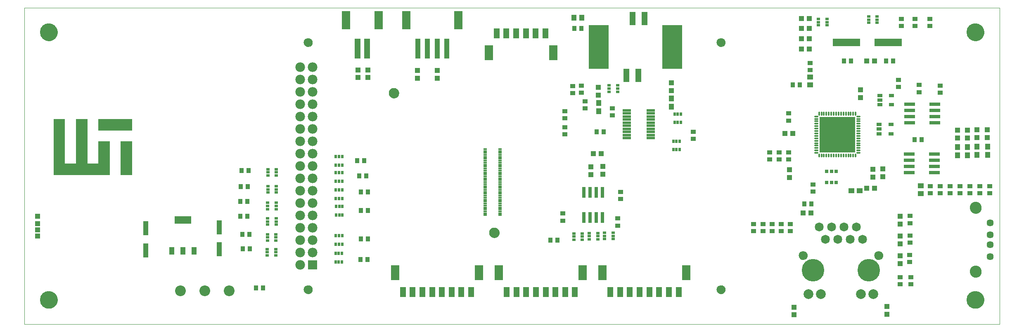
<source format=gbs>
G75*
%MOIN*%
%OFA0B0*%
%FSLAX25Y25*%
%IPPOS*%
%LPD*%
%AMOC8*
5,1,8,0,0,1.08239X$1,22.5*
%
%ADD10C,0.00000*%
%ADD11C,0.14180*%
%ADD12R,0.04337X0.04337*%
%ADD13R,0.04337X0.03943*%
%ADD14R,0.03943X0.04337*%
%ADD15R,0.04337X0.03550*%
%ADD16R,0.03550X0.04337*%
%ADD17C,0.07191*%
%ADD18C,0.07900*%
%ADD19C,0.18180*%
%ADD20C,0.07093*%
%ADD21R,0.03156X0.01187*%
%ADD22C,0.08274*%
%ADD23R,0.02762X0.09061*%
%ADD24R,0.04337X0.04731*%
%ADD25R,0.01975X0.02959*%
%ADD26C,0.01384*%
%ADD27R,0.29140X0.29140*%
%ADD28R,0.04731X0.04337*%
%ADD29R,0.22054X0.06306*%
%ADD30R,0.02565X0.02959*%
%ADD31R,0.02959X0.01975*%
%ADD32R,0.09061X0.02762*%
%ADD33R,0.06900X0.01900*%
%ADD34R,0.04337X0.03156*%
%ADD35R,0.04731X0.08274*%
%ADD36R,0.06699X0.12211*%
%ADD37C,0.08668*%
%ADD38R,0.04337X0.16148*%
%ADD39R,0.07093X0.14573*%
%ADD40R,0.05124X0.16148*%
%ADD41C,0.07782*%
%ADD42R,0.07782X0.07782*%
%ADD43R,0.04534X0.10636*%
%ADD44R,0.16069X0.35833*%
%ADD45C,0.09455*%
%ADD46C,0.05715*%
%ADD47R,0.13392X0.06306*%
%ADD48R,0.04337X0.06306*%
%ADD49R,0.03943X0.11424*%
%ADD50R,0.09100X0.00100*%
%ADD51R,0.45200X0.00100*%
%ADD52R,0.09200X0.00100*%
%ADD53R,0.09000X0.00100*%
%ADD54R,0.27200X0.00100*%
%ADD55R,0.27100X0.00100*%
D10*
X0005700Y0013890D02*
X0005700Y0269796D01*
X0793102Y0269796D01*
X0793102Y0013890D01*
X0005700Y0013890D01*
X0018495Y0033575D02*
X0018497Y0033744D01*
X0018503Y0033913D01*
X0018514Y0034082D01*
X0018528Y0034250D01*
X0018547Y0034418D01*
X0018570Y0034586D01*
X0018596Y0034753D01*
X0018627Y0034919D01*
X0018662Y0035085D01*
X0018701Y0035249D01*
X0018745Y0035413D01*
X0018792Y0035575D01*
X0018843Y0035736D01*
X0018898Y0035896D01*
X0018957Y0036055D01*
X0019019Y0036212D01*
X0019086Y0036367D01*
X0019157Y0036521D01*
X0019231Y0036673D01*
X0019309Y0036823D01*
X0019390Y0036971D01*
X0019475Y0037117D01*
X0019564Y0037261D01*
X0019656Y0037403D01*
X0019752Y0037542D01*
X0019851Y0037679D01*
X0019953Y0037814D01*
X0020059Y0037946D01*
X0020168Y0038075D01*
X0020280Y0038202D01*
X0020395Y0038326D01*
X0020513Y0038447D01*
X0020634Y0038565D01*
X0020758Y0038680D01*
X0020885Y0038792D01*
X0021014Y0038901D01*
X0021146Y0039007D01*
X0021281Y0039109D01*
X0021418Y0039208D01*
X0021557Y0039304D01*
X0021699Y0039396D01*
X0021843Y0039485D01*
X0021989Y0039570D01*
X0022137Y0039651D01*
X0022287Y0039729D01*
X0022439Y0039803D01*
X0022593Y0039874D01*
X0022748Y0039941D01*
X0022905Y0040003D01*
X0023064Y0040062D01*
X0023224Y0040117D01*
X0023385Y0040168D01*
X0023547Y0040215D01*
X0023711Y0040259D01*
X0023875Y0040298D01*
X0024041Y0040333D01*
X0024207Y0040364D01*
X0024374Y0040390D01*
X0024542Y0040413D01*
X0024710Y0040432D01*
X0024878Y0040446D01*
X0025047Y0040457D01*
X0025216Y0040463D01*
X0025385Y0040465D01*
X0025554Y0040463D01*
X0025723Y0040457D01*
X0025892Y0040446D01*
X0026060Y0040432D01*
X0026228Y0040413D01*
X0026396Y0040390D01*
X0026563Y0040364D01*
X0026729Y0040333D01*
X0026895Y0040298D01*
X0027059Y0040259D01*
X0027223Y0040215D01*
X0027385Y0040168D01*
X0027546Y0040117D01*
X0027706Y0040062D01*
X0027865Y0040003D01*
X0028022Y0039941D01*
X0028177Y0039874D01*
X0028331Y0039803D01*
X0028483Y0039729D01*
X0028633Y0039651D01*
X0028781Y0039570D01*
X0028927Y0039485D01*
X0029071Y0039396D01*
X0029213Y0039304D01*
X0029352Y0039208D01*
X0029489Y0039109D01*
X0029624Y0039007D01*
X0029756Y0038901D01*
X0029885Y0038792D01*
X0030012Y0038680D01*
X0030136Y0038565D01*
X0030257Y0038447D01*
X0030375Y0038326D01*
X0030490Y0038202D01*
X0030602Y0038075D01*
X0030711Y0037946D01*
X0030817Y0037814D01*
X0030919Y0037679D01*
X0031018Y0037542D01*
X0031114Y0037403D01*
X0031206Y0037261D01*
X0031295Y0037117D01*
X0031380Y0036971D01*
X0031461Y0036823D01*
X0031539Y0036673D01*
X0031613Y0036521D01*
X0031684Y0036367D01*
X0031751Y0036212D01*
X0031813Y0036055D01*
X0031872Y0035896D01*
X0031927Y0035736D01*
X0031978Y0035575D01*
X0032025Y0035413D01*
X0032069Y0035249D01*
X0032108Y0035085D01*
X0032143Y0034919D01*
X0032174Y0034753D01*
X0032200Y0034586D01*
X0032223Y0034418D01*
X0032242Y0034250D01*
X0032256Y0034082D01*
X0032267Y0033913D01*
X0032273Y0033744D01*
X0032275Y0033575D01*
X0032273Y0033406D01*
X0032267Y0033237D01*
X0032256Y0033068D01*
X0032242Y0032900D01*
X0032223Y0032732D01*
X0032200Y0032564D01*
X0032174Y0032397D01*
X0032143Y0032231D01*
X0032108Y0032065D01*
X0032069Y0031901D01*
X0032025Y0031737D01*
X0031978Y0031575D01*
X0031927Y0031414D01*
X0031872Y0031254D01*
X0031813Y0031095D01*
X0031751Y0030938D01*
X0031684Y0030783D01*
X0031613Y0030629D01*
X0031539Y0030477D01*
X0031461Y0030327D01*
X0031380Y0030179D01*
X0031295Y0030033D01*
X0031206Y0029889D01*
X0031114Y0029747D01*
X0031018Y0029608D01*
X0030919Y0029471D01*
X0030817Y0029336D01*
X0030711Y0029204D01*
X0030602Y0029075D01*
X0030490Y0028948D01*
X0030375Y0028824D01*
X0030257Y0028703D01*
X0030136Y0028585D01*
X0030012Y0028470D01*
X0029885Y0028358D01*
X0029756Y0028249D01*
X0029624Y0028143D01*
X0029489Y0028041D01*
X0029352Y0027942D01*
X0029213Y0027846D01*
X0029071Y0027754D01*
X0028927Y0027665D01*
X0028781Y0027580D01*
X0028633Y0027499D01*
X0028483Y0027421D01*
X0028331Y0027347D01*
X0028177Y0027276D01*
X0028022Y0027209D01*
X0027865Y0027147D01*
X0027706Y0027088D01*
X0027546Y0027033D01*
X0027385Y0026982D01*
X0027223Y0026935D01*
X0027059Y0026891D01*
X0026895Y0026852D01*
X0026729Y0026817D01*
X0026563Y0026786D01*
X0026396Y0026760D01*
X0026228Y0026737D01*
X0026060Y0026718D01*
X0025892Y0026704D01*
X0025723Y0026693D01*
X0025554Y0026687D01*
X0025385Y0026685D01*
X0025216Y0026687D01*
X0025047Y0026693D01*
X0024878Y0026704D01*
X0024710Y0026718D01*
X0024542Y0026737D01*
X0024374Y0026760D01*
X0024207Y0026786D01*
X0024041Y0026817D01*
X0023875Y0026852D01*
X0023711Y0026891D01*
X0023547Y0026935D01*
X0023385Y0026982D01*
X0023224Y0027033D01*
X0023064Y0027088D01*
X0022905Y0027147D01*
X0022748Y0027209D01*
X0022593Y0027276D01*
X0022439Y0027347D01*
X0022287Y0027421D01*
X0022137Y0027499D01*
X0021989Y0027580D01*
X0021843Y0027665D01*
X0021699Y0027754D01*
X0021557Y0027846D01*
X0021418Y0027942D01*
X0021281Y0028041D01*
X0021146Y0028143D01*
X0021014Y0028249D01*
X0020885Y0028358D01*
X0020758Y0028470D01*
X0020634Y0028585D01*
X0020513Y0028703D01*
X0020395Y0028824D01*
X0020280Y0028948D01*
X0020168Y0029075D01*
X0020059Y0029204D01*
X0019953Y0029336D01*
X0019851Y0029471D01*
X0019752Y0029608D01*
X0019656Y0029747D01*
X0019564Y0029889D01*
X0019475Y0030033D01*
X0019390Y0030179D01*
X0019309Y0030327D01*
X0019231Y0030477D01*
X0019157Y0030629D01*
X0019086Y0030783D01*
X0019019Y0030938D01*
X0018957Y0031095D01*
X0018898Y0031254D01*
X0018843Y0031414D01*
X0018792Y0031575D01*
X0018745Y0031737D01*
X0018701Y0031901D01*
X0018662Y0032065D01*
X0018627Y0032231D01*
X0018596Y0032397D01*
X0018570Y0032564D01*
X0018547Y0032732D01*
X0018528Y0032900D01*
X0018514Y0033068D01*
X0018503Y0033237D01*
X0018497Y0033406D01*
X0018495Y0033575D01*
X0231421Y0041882D02*
X0231423Y0041997D01*
X0231429Y0042113D01*
X0231439Y0042228D01*
X0231453Y0042343D01*
X0231471Y0042457D01*
X0231493Y0042570D01*
X0231518Y0042683D01*
X0231548Y0042794D01*
X0231581Y0042905D01*
X0231618Y0043014D01*
X0231659Y0043122D01*
X0231704Y0043229D01*
X0231752Y0043334D01*
X0231804Y0043437D01*
X0231860Y0043538D01*
X0231919Y0043638D01*
X0231981Y0043735D01*
X0232047Y0043830D01*
X0232115Y0043923D01*
X0232187Y0044013D01*
X0232262Y0044101D01*
X0232341Y0044186D01*
X0232422Y0044268D01*
X0232505Y0044348D01*
X0232592Y0044424D01*
X0232681Y0044498D01*
X0232772Y0044568D01*
X0232866Y0044636D01*
X0232962Y0044700D01*
X0233061Y0044760D01*
X0233161Y0044817D01*
X0233263Y0044871D01*
X0233367Y0044921D01*
X0233473Y0044968D01*
X0233580Y0045011D01*
X0233689Y0045050D01*
X0233799Y0045085D01*
X0233910Y0045116D01*
X0234022Y0045144D01*
X0234135Y0045168D01*
X0234249Y0045188D01*
X0234364Y0045204D01*
X0234479Y0045216D01*
X0234594Y0045224D01*
X0234709Y0045228D01*
X0234825Y0045228D01*
X0234940Y0045224D01*
X0235055Y0045216D01*
X0235170Y0045204D01*
X0235285Y0045188D01*
X0235399Y0045168D01*
X0235512Y0045144D01*
X0235624Y0045116D01*
X0235735Y0045085D01*
X0235845Y0045050D01*
X0235954Y0045011D01*
X0236061Y0044968D01*
X0236167Y0044921D01*
X0236271Y0044871D01*
X0236373Y0044817D01*
X0236473Y0044760D01*
X0236572Y0044700D01*
X0236668Y0044636D01*
X0236762Y0044568D01*
X0236853Y0044498D01*
X0236942Y0044424D01*
X0237029Y0044348D01*
X0237112Y0044268D01*
X0237193Y0044186D01*
X0237272Y0044101D01*
X0237347Y0044013D01*
X0237419Y0043923D01*
X0237487Y0043830D01*
X0237553Y0043735D01*
X0237615Y0043638D01*
X0237674Y0043538D01*
X0237730Y0043437D01*
X0237782Y0043334D01*
X0237830Y0043229D01*
X0237875Y0043122D01*
X0237916Y0043014D01*
X0237953Y0042905D01*
X0237986Y0042794D01*
X0238016Y0042683D01*
X0238041Y0042570D01*
X0238063Y0042457D01*
X0238081Y0042343D01*
X0238095Y0042228D01*
X0238105Y0042113D01*
X0238111Y0041997D01*
X0238113Y0041882D01*
X0238111Y0041767D01*
X0238105Y0041651D01*
X0238095Y0041536D01*
X0238081Y0041421D01*
X0238063Y0041307D01*
X0238041Y0041194D01*
X0238016Y0041081D01*
X0237986Y0040970D01*
X0237953Y0040859D01*
X0237916Y0040750D01*
X0237875Y0040642D01*
X0237830Y0040535D01*
X0237782Y0040430D01*
X0237730Y0040327D01*
X0237674Y0040226D01*
X0237615Y0040126D01*
X0237553Y0040029D01*
X0237487Y0039934D01*
X0237419Y0039841D01*
X0237347Y0039751D01*
X0237272Y0039663D01*
X0237193Y0039578D01*
X0237112Y0039496D01*
X0237029Y0039416D01*
X0236942Y0039340D01*
X0236853Y0039266D01*
X0236762Y0039196D01*
X0236668Y0039128D01*
X0236572Y0039064D01*
X0236473Y0039004D01*
X0236373Y0038947D01*
X0236271Y0038893D01*
X0236167Y0038843D01*
X0236061Y0038796D01*
X0235954Y0038753D01*
X0235845Y0038714D01*
X0235735Y0038679D01*
X0235624Y0038648D01*
X0235512Y0038620D01*
X0235399Y0038596D01*
X0235285Y0038576D01*
X0235170Y0038560D01*
X0235055Y0038548D01*
X0234940Y0038540D01*
X0234825Y0038536D01*
X0234709Y0038536D01*
X0234594Y0038540D01*
X0234479Y0038548D01*
X0234364Y0038560D01*
X0234249Y0038576D01*
X0234135Y0038596D01*
X0234022Y0038620D01*
X0233910Y0038648D01*
X0233799Y0038679D01*
X0233689Y0038714D01*
X0233580Y0038753D01*
X0233473Y0038796D01*
X0233367Y0038843D01*
X0233263Y0038893D01*
X0233161Y0038947D01*
X0233061Y0039004D01*
X0232962Y0039064D01*
X0232866Y0039128D01*
X0232772Y0039196D01*
X0232681Y0039266D01*
X0232592Y0039340D01*
X0232505Y0039416D01*
X0232422Y0039496D01*
X0232341Y0039578D01*
X0232262Y0039663D01*
X0232187Y0039751D01*
X0232115Y0039841D01*
X0232047Y0039934D01*
X0231981Y0040029D01*
X0231919Y0040126D01*
X0231860Y0040226D01*
X0231804Y0040327D01*
X0231752Y0040430D01*
X0231704Y0040535D01*
X0231659Y0040642D01*
X0231618Y0040750D01*
X0231581Y0040859D01*
X0231548Y0040970D01*
X0231518Y0041081D01*
X0231493Y0041194D01*
X0231471Y0041307D01*
X0231453Y0041421D01*
X0231439Y0041536D01*
X0231429Y0041651D01*
X0231423Y0041767D01*
X0231421Y0041882D01*
X0381108Y0087873D02*
X0381110Y0087998D01*
X0381116Y0088123D01*
X0381126Y0088247D01*
X0381140Y0088371D01*
X0381157Y0088495D01*
X0381179Y0088618D01*
X0381205Y0088740D01*
X0381234Y0088862D01*
X0381267Y0088982D01*
X0381305Y0089101D01*
X0381345Y0089220D01*
X0381390Y0089336D01*
X0381438Y0089451D01*
X0381490Y0089565D01*
X0381546Y0089677D01*
X0381605Y0089787D01*
X0381667Y0089895D01*
X0381733Y0090002D01*
X0381802Y0090106D01*
X0381875Y0090207D01*
X0381950Y0090307D01*
X0382029Y0090404D01*
X0382111Y0090498D01*
X0382196Y0090590D01*
X0382283Y0090679D01*
X0382374Y0090765D01*
X0382467Y0090848D01*
X0382563Y0090929D01*
X0382661Y0091006D01*
X0382761Y0091080D01*
X0382864Y0091151D01*
X0382969Y0091218D01*
X0383077Y0091283D01*
X0383186Y0091343D01*
X0383297Y0091401D01*
X0383410Y0091454D01*
X0383524Y0091504D01*
X0383640Y0091551D01*
X0383757Y0091593D01*
X0383876Y0091632D01*
X0383996Y0091668D01*
X0384117Y0091699D01*
X0384239Y0091727D01*
X0384361Y0091750D01*
X0384485Y0091770D01*
X0384609Y0091786D01*
X0384733Y0091798D01*
X0384858Y0091806D01*
X0384983Y0091810D01*
X0385107Y0091810D01*
X0385232Y0091806D01*
X0385357Y0091798D01*
X0385481Y0091786D01*
X0385605Y0091770D01*
X0385729Y0091750D01*
X0385851Y0091727D01*
X0385973Y0091699D01*
X0386094Y0091668D01*
X0386214Y0091632D01*
X0386333Y0091593D01*
X0386450Y0091551D01*
X0386566Y0091504D01*
X0386680Y0091454D01*
X0386793Y0091401D01*
X0386904Y0091343D01*
X0387014Y0091283D01*
X0387121Y0091218D01*
X0387226Y0091151D01*
X0387329Y0091080D01*
X0387429Y0091006D01*
X0387527Y0090929D01*
X0387623Y0090848D01*
X0387716Y0090765D01*
X0387807Y0090679D01*
X0387894Y0090590D01*
X0387979Y0090498D01*
X0388061Y0090404D01*
X0388140Y0090307D01*
X0388215Y0090207D01*
X0388288Y0090106D01*
X0388357Y0090002D01*
X0388423Y0089895D01*
X0388485Y0089787D01*
X0388544Y0089677D01*
X0388600Y0089565D01*
X0388652Y0089451D01*
X0388700Y0089336D01*
X0388745Y0089220D01*
X0388785Y0089101D01*
X0388823Y0088982D01*
X0388856Y0088862D01*
X0388885Y0088740D01*
X0388911Y0088618D01*
X0388933Y0088495D01*
X0388950Y0088371D01*
X0388964Y0088247D01*
X0388974Y0088123D01*
X0388980Y0087998D01*
X0388982Y0087873D01*
X0388980Y0087748D01*
X0388974Y0087623D01*
X0388964Y0087499D01*
X0388950Y0087375D01*
X0388933Y0087251D01*
X0388911Y0087128D01*
X0388885Y0087006D01*
X0388856Y0086884D01*
X0388823Y0086764D01*
X0388785Y0086645D01*
X0388745Y0086526D01*
X0388700Y0086410D01*
X0388652Y0086295D01*
X0388600Y0086181D01*
X0388544Y0086069D01*
X0388485Y0085959D01*
X0388423Y0085851D01*
X0388357Y0085744D01*
X0388288Y0085640D01*
X0388215Y0085539D01*
X0388140Y0085439D01*
X0388061Y0085342D01*
X0387979Y0085248D01*
X0387894Y0085156D01*
X0387807Y0085067D01*
X0387716Y0084981D01*
X0387623Y0084898D01*
X0387527Y0084817D01*
X0387429Y0084740D01*
X0387329Y0084666D01*
X0387226Y0084595D01*
X0387121Y0084528D01*
X0387013Y0084463D01*
X0386904Y0084403D01*
X0386793Y0084345D01*
X0386680Y0084292D01*
X0386566Y0084242D01*
X0386450Y0084195D01*
X0386333Y0084153D01*
X0386214Y0084114D01*
X0386094Y0084078D01*
X0385973Y0084047D01*
X0385851Y0084019D01*
X0385729Y0083996D01*
X0385605Y0083976D01*
X0385481Y0083960D01*
X0385357Y0083948D01*
X0385232Y0083940D01*
X0385107Y0083936D01*
X0384983Y0083936D01*
X0384858Y0083940D01*
X0384733Y0083948D01*
X0384609Y0083960D01*
X0384485Y0083976D01*
X0384361Y0083996D01*
X0384239Y0084019D01*
X0384117Y0084047D01*
X0383996Y0084078D01*
X0383876Y0084114D01*
X0383757Y0084153D01*
X0383640Y0084195D01*
X0383524Y0084242D01*
X0383410Y0084292D01*
X0383297Y0084345D01*
X0383186Y0084403D01*
X0383076Y0084463D01*
X0382969Y0084528D01*
X0382864Y0084595D01*
X0382761Y0084666D01*
X0382661Y0084740D01*
X0382563Y0084817D01*
X0382467Y0084898D01*
X0382374Y0084981D01*
X0382283Y0085067D01*
X0382196Y0085156D01*
X0382111Y0085248D01*
X0382029Y0085342D01*
X0381950Y0085439D01*
X0381875Y0085539D01*
X0381802Y0085640D01*
X0381733Y0085744D01*
X0381667Y0085851D01*
X0381605Y0085959D01*
X0381546Y0086069D01*
X0381490Y0086181D01*
X0381438Y0086295D01*
X0381390Y0086410D01*
X0381345Y0086526D01*
X0381305Y0086645D01*
X0381267Y0086764D01*
X0381234Y0086884D01*
X0381205Y0087006D01*
X0381179Y0087128D01*
X0381157Y0087251D01*
X0381140Y0087375D01*
X0381126Y0087499D01*
X0381116Y0087623D01*
X0381110Y0087748D01*
X0381108Y0087873D01*
X0564689Y0041882D02*
X0564691Y0041997D01*
X0564697Y0042113D01*
X0564707Y0042228D01*
X0564721Y0042343D01*
X0564739Y0042457D01*
X0564761Y0042570D01*
X0564786Y0042683D01*
X0564816Y0042794D01*
X0564849Y0042905D01*
X0564886Y0043014D01*
X0564927Y0043122D01*
X0564972Y0043229D01*
X0565020Y0043334D01*
X0565072Y0043437D01*
X0565128Y0043538D01*
X0565187Y0043638D01*
X0565249Y0043735D01*
X0565315Y0043830D01*
X0565383Y0043923D01*
X0565455Y0044013D01*
X0565530Y0044101D01*
X0565609Y0044186D01*
X0565690Y0044268D01*
X0565773Y0044348D01*
X0565860Y0044424D01*
X0565949Y0044498D01*
X0566040Y0044568D01*
X0566134Y0044636D01*
X0566230Y0044700D01*
X0566329Y0044760D01*
X0566429Y0044817D01*
X0566531Y0044871D01*
X0566635Y0044921D01*
X0566741Y0044968D01*
X0566848Y0045011D01*
X0566957Y0045050D01*
X0567067Y0045085D01*
X0567178Y0045116D01*
X0567290Y0045144D01*
X0567403Y0045168D01*
X0567517Y0045188D01*
X0567632Y0045204D01*
X0567747Y0045216D01*
X0567862Y0045224D01*
X0567977Y0045228D01*
X0568093Y0045228D01*
X0568208Y0045224D01*
X0568323Y0045216D01*
X0568438Y0045204D01*
X0568553Y0045188D01*
X0568667Y0045168D01*
X0568780Y0045144D01*
X0568892Y0045116D01*
X0569003Y0045085D01*
X0569113Y0045050D01*
X0569222Y0045011D01*
X0569329Y0044968D01*
X0569435Y0044921D01*
X0569539Y0044871D01*
X0569641Y0044817D01*
X0569741Y0044760D01*
X0569840Y0044700D01*
X0569936Y0044636D01*
X0570030Y0044568D01*
X0570121Y0044498D01*
X0570210Y0044424D01*
X0570297Y0044348D01*
X0570380Y0044268D01*
X0570461Y0044186D01*
X0570540Y0044101D01*
X0570615Y0044013D01*
X0570687Y0043923D01*
X0570755Y0043830D01*
X0570821Y0043735D01*
X0570883Y0043638D01*
X0570942Y0043538D01*
X0570998Y0043437D01*
X0571050Y0043334D01*
X0571098Y0043229D01*
X0571143Y0043122D01*
X0571184Y0043014D01*
X0571221Y0042905D01*
X0571254Y0042794D01*
X0571284Y0042683D01*
X0571309Y0042570D01*
X0571331Y0042457D01*
X0571349Y0042343D01*
X0571363Y0042228D01*
X0571373Y0042113D01*
X0571379Y0041997D01*
X0571381Y0041882D01*
X0571379Y0041767D01*
X0571373Y0041651D01*
X0571363Y0041536D01*
X0571349Y0041421D01*
X0571331Y0041307D01*
X0571309Y0041194D01*
X0571284Y0041081D01*
X0571254Y0040970D01*
X0571221Y0040859D01*
X0571184Y0040750D01*
X0571143Y0040642D01*
X0571098Y0040535D01*
X0571050Y0040430D01*
X0570998Y0040327D01*
X0570942Y0040226D01*
X0570883Y0040126D01*
X0570821Y0040029D01*
X0570755Y0039934D01*
X0570687Y0039841D01*
X0570615Y0039751D01*
X0570540Y0039663D01*
X0570461Y0039578D01*
X0570380Y0039496D01*
X0570297Y0039416D01*
X0570210Y0039340D01*
X0570121Y0039266D01*
X0570030Y0039196D01*
X0569936Y0039128D01*
X0569840Y0039064D01*
X0569741Y0039004D01*
X0569641Y0038947D01*
X0569539Y0038893D01*
X0569435Y0038843D01*
X0569329Y0038796D01*
X0569222Y0038753D01*
X0569113Y0038714D01*
X0569003Y0038679D01*
X0568892Y0038648D01*
X0568780Y0038620D01*
X0568667Y0038596D01*
X0568553Y0038576D01*
X0568438Y0038560D01*
X0568323Y0038548D01*
X0568208Y0038540D01*
X0568093Y0038536D01*
X0567977Y0038536D01*
X0567862Y0038540D01*
X0567747Y0038548D01*
X0567632Y0038560D01*
X0567517Y0038576D01*
X0567403Y0038596D01*
X0567290Y0038620D01*
X0567178Y0038648D01*
X0567067Y0038679D01*
X0566957Y0038714D01*
X0566848Y0038753D01*
X0566741Y0038796D01*
X0566635Y0038843D01*
X0566531Y0038893D01*
X0566429Y0038947D01*
X0566329Y0039004D01*
X0566230Y0039064D01*
X0566134Y0039128D01*
X0566040Y0039196D01*
X0565949Y0039266D01*
X0565860Y0039340D01*
X0565773Y0039416D01*
X0565690Y0039496D01*
X0565609Y0039578D01*
X0565530Y0039663D01*
X0565455Y0039751D01*
X0565383Y0039841D01*
X0565315Y0039934D01*
X0565249Y0040029D01*
X0565187Y0040126D01*
X0565128Y0040226D01*
X0565072Y0040327D01*
X0565020Y0040430D01*
X0564972Y0040535D01*
X0564927Y0040642D01*
X0564886Y0040750D01*
X0564849Y0040859D01*
X0564816Y0040970D01*
X0564786Y0041081D01*
X0564761Y0041194D01*
X0564739Y0041307D01*
X0564721Y0041421D01*
X0564707Y0041536D01*
X0564697Y0041651D01*
X0564691Y0041767D01*
X0564689Y0041882D01*
X0630963Y0069449D02*
X0630965Y0069564D01*
X0630971Y0069680D01*
X0630981Y0069795D01*
X0630995Y0069910D01*
X0631013Y0070024D01*
X0631035Y0070137D01*
X0631060Y0070250D01*
X0631090Y0070361D01*
X0631123Y0070472D01*
X0631160Y0070581D01*
X0631201Y0070689D01*
X0631246Y0070796D01*
X0631294Y0070901D01*
X0631346Y0071004D01*
X0631402Y0071105D01*
X0631461Y0071205D01*
X0631523Y0071302D01*
X0631589Y0071397D01*
X0631657Y0071490D01*
X0631729Y0071580D01*
X0631804Y0071668D01*
X0631883Y0071753D01*
X0631964Y0071835D01*
X0632047Y0071915D01*
X0632134Y0071991D01*
X0632223Y0072065D01*
X0632314Y0072135D01*
X0632408Y0072203D01*
X0632504Y0072267D01*
X0632603Y0072327D01*
X0632703Y0072384D01*
X0632805Y0072438D01*
X0632909Y0072488D01*
X0633015Y0072535D01*
X0633122Y0072578D01*
X0633231Y0072617D01*
X0633341Y0072652D01*
X0633452Y0072683D01*
X0633564Y0072711D01*
X0633677Y0072735D01*
X0633791Y0072755D01*
X0633906Y0072771D01*
X0634021Y0072783D01*
X0634136Y0072791D01*
X0634251Y0072795D01*
X0634367Y0072795D01*
X0634482Y0072791D01*
X0634597Y0072783D01*
X0634712Y0072771D01*
X0634827Y0072755D01*
X0634941Y0072735D01*
X0635054Y0072711D01*
X0635166Y0072683D01*
X0635277Y0072652D01*
X0635387Y0072617D01*
X0635496Y0072578D01*
X0635603Y0072535D01*
X0635709Y0072488D01*
X0635813Y0072438D01*
X0635915Y0072384D01*
X0636015Y0072327D01*
X0636114Y0072267D01*
X0636210Y0072203D01*
X0636304Y0072135D01*
X0636395Y0072065D01*
X0636484Y0071991D01*
X0636571Y0071915D01*
X0636654Y0071835D01*
X0636735Y0071753D01*
X0636814Y0071668D01*
X0636889Y0071580D01*
X0636961Y0071490D01*
X0637029Y0071397D01*
X0637095Y0071302D01*
X0637157Y0071205D01*
X0637216Y0071105D01*
X0637272Y0071004D01*
X0637324Y0070901D01*
X0637372Y0070796D01*
X0637417Y0070689D01*
X0637458Y0070581D01*
X0637495Y0070472D01*
X0637528Y0070361D01*
X0637558Y0070250D01*
X0637583Y0070137D01*
X0637605Y0070024D01*
X0637623Y0069910D01*
X0637637Y0069795D01*
X0637647Y0069680D01*
X0637653Y0069564D01*
X0637655Y0069449D01*
X0637653Y0069334D01*
X0637647Y0069218D01*
X0637637Y0069103D01*
X0637623Y0068988D01*
X0637605Y0068874D01*
X0637583Y0068761D01*
X0637558Y0068648D01*
X0637528Y0068537D01*
X0637495Y0068426D01*
X0637458Y0068317D01*
X0637417Y0068209D01*
X0637372Y0068102D01*
X0637324Y0067997D01*
X0637272Y0067894D01*
X0637216Y0067793D01*
X0637157Y0067693D01*
X0637095Y0067596D01*
X0637029Y0067501D01*
X0636961Y0067408D01*
X0636889Y0067318D01*
X0636814Y0067230D01*
X0636735Y0067145D01*
X0636654Y0067063D01*
X0636571Y0066983D01*
X0636484Y0066907D01*
X0636395Y0066833D01*
X0636304Y0066763D01*
X0636210Y0066695D01*
X0636114Y0066631D01*
X0636015Y0066571D01*
X0635915Y0066514D01*
X0635813Y0066460D01*
X0635709Y0066410D01*
X0635603Y0066363D01*
X0635496Y0066320D01*
X0635387Y0066281D01*
X0635277Y0066246D01*
X0635166Y0066215D01*
X0635054Y0066187D01*
X0634941Y0066163D01*
X0634827Y0066143D01*
X0634712Y0066127D01*
X0634597Y0066115D01*
X0634482Y0066107D01*
X0634367Y0066103D01*
X0634251Y0066103D01*
X0634136Y0066107D01*
X0634021Y0066115D01*
X0633906Y0066127D01*
X0633791Y0066143D01*
X0633677Y0066163D01*
X0633564Y0066187D01*
X0633452Y0066215D01*
X0633341Y0066246D01*
X0633231Y0066281D01*
X0633122Y0066320D01*
X0633015Y0066363D01*
X0632909Y0066410D01*
X0632805Y0066460D01*
X0632703Y0066514D01*
X0632603Y0066571D01*
X0632504Y0066631D01*
X0632408Y0066695D01*
X0632314Y0066763D01*
X0632223Y0066833D01*
X0632134Y0066907D01*
X0632047Y0066983D01*
X0631964Y0067063D01*
X0631883Y0067145D01*
X0631804Y0067230D01*
X0631729Y0067318D01*
X0631657Y0067408D01*
X0631589Y0067501D01*
X0631523Y0067596D01*
X0631461Y0067693D01*
X0631402Y0067793D01*
X0631346Y0067894D01*
X0631294Y0067997D01*
X0631246Y0068102D01*
X0631201Y0068209D01*
X0631160Y0068317D01*
X0631123Y0068426D01*
X0631090Y0068537D01*
X0631060Y0068648D01*
X0631035Y0068761D01*
X0631013Y0068874D01*
X0630995Y0068988D01*
X0630981Y0069103D01*
X0630971Y0069218D01*
X0630965Y0069334D01*
X0630963Y0069449D01*
X0691948Y0069449D02*
X0691950Y0069564D01*
X0691956Y0069680D01*
X0691966Y0069795D01*
X0691980Y0069910D01*
X0691998Y0070024D01*
X0692020Y0070137D01*
X0692045Y0070250D01*
X0692075Y0070361D01*
X0692108Y0070472D01*
X0692145Y0070581D01*
X0692186Y0070689D01*
X0692231Y0070796D01*
X0692279Y0070901D01*
X0692331Y0071004D01*
X0692387Y0071105D01*
X0692446Y0071205D01*
X0692508Y0071302D01*
X0692574Y0071397D01*
X0692642Y0071490D01*
X0692714Y0071580D01*
X0692789Y0071668D01*
X0692868Y0071753D01*
X0692949Y0071835D01*
X0693032Y0071915D01*
X0693119Y0071991D01*
X0693208Y0072065D01*
X0693299Y0072135D01*
X0693393Y0072203D01*
X0693489Y0072267D01*
X0693588Y0072327D01*
X0693688Y0072384D01*
X0693790Y0072438D01*
X0693894Y0072488D01*
X0694000Y0072535D01*
X0694107Y0072578D01*
X0694216Y0072617D01*
X0694326Y0072652D01*
X0694437Y0072683D01*
X0694549Y0072711D01*
X0694662Y0072735D01*
X0694776Y0072755D01*
X0694891Y0072771D01*
X0695006Y0072783D01*
X0695121Y0072791D01*
X0695236Y0072795D01*
X0695352Y0072795D01*
X0695467Y0072791D01*
X0695582Y0072783D01*
X0695697Y0072771D01*
X0695812Y0072755D01*
X0695926Y0072735D01*
X0696039Y0072711D01*
X0696151Y0072683D01*
X0696262Y0072652D01*
X0696372Y0072617D01*
X0696481Y0072578D01*
X0696588Y0072535D01*
X0696694Y0072488D01*
X0696798Y0072438D01*
X0696900Y0072384D01*
X0697000Y0072327D01*
X0697099Y0072267D01*
X0697195Y0072203D01*
X0697289Y0072135D01*
X0697380Y0072065D01*
X0697469Y0071991D01*
X0697556Y0071915D01*
X0697639Y0071835D01*
X0697720Y0071753D01*
X0697799Y0071668D01*
X0697874Y0071580D01*
X0697946Y0071490D01*
X0698014Y0071397D01*
X0698080Y0071302D01*
X0698142Y0071205D01*
X0698201Y0071105D01*
X0698257Y0071004D01*
X0698309Y0070901D01*
X0698357Y0070796D01*
X0698402Y0070689D01*
X0698443Y0070581D01*
X0698480Y0070472D01*
X0698513Y0070361D01*
X0698543Y0070250D01*
X0698568Y0070137D01*
X0698590Y0070024D01*
X0698608Y0069910D01*
X0698622Y0069795D01*
X0698632Y0069680D01*
X0698638Y0069564D01*
X0698640Y0069449D01*
X0698638Y0069334D01*
X0698632Y0069218D01*
X0698622Y0069103D01*
X0698608Y0068988D01*
X0698590Y0068874D01*
X0698568Y0068761D01*
X0698543Y0068648D01*
X0698513Y0068537D01*
X0698480Y0068426D01*
X0698443Y0068317D01*
X0698402Y0068209D01*
X0698357Y0068102D01*
X0698309Y0067997D01*
X0698257Y0067894D01*
X0698201Y0067793D01*
X0698142Y0067693D01*
X0698080Y0067596D01*
X0698014Y0067501D01*
X0697946Y0067408D01*
X0697874Y0067318D01*
X0697799Y0067230D01*
X0697720Y0067145D01*
X0697639Y0067063D01*
X0697556Y0066983D01*
X0697469Y0066907D01*
X0697380Y0066833D01*
X0697289Y0066763D01*
X0697195Y0066695D01*
X0697099Y0066631D01*
X0697000Y0066571D01*
X0696900Y0066514D01*
X0696798Y0066460D01*
X0696694Y0066410D01*
X0696588Y0066363D01*
X0696481Y0066320D01*
X0696372Y0066281D01*
X0696262Y0066246D01*
X0696151Y0066215D01*
X0696039Y0066187D01*
X0695926Y0066163D01*
X0695812Y0066143D01*
X0695697Y0066127D01*
X0695582Y0066115D01*
X0695467Y0066107D01*
X0695352Y0066103D01*
X0695236Y0066103D01*
X0695121Y0066107D01*
X0695006Y0066115D01*
X0694891Y0066127D01*
X0694776Y0066143D01*
X0694662Y0066163D01*
X0694549Y0066187D01*
X0694437Y0066215D01*
X0694326Y0066246D01*
X0694216Y0066281D01*
X0694107Y0066320D01*
X0694000Y0066363D01*
X0693894Y0066410D01*
X0693790Y0066460D01*
X0693688Y0066514D01*
X0693588Y0066571D01*
X0693489Y0066631D01*
X0693393Y0066695D01*
X0693299Y0066763D01*
X0693208Y0066833D01*
X0693119Y0066907D01*
X0693032Y0066983D01*
X0692949Y0067063D01*
X0692868Y0067145D01*
X0692789Y0067230D01*
X0692714Y0067318D01*
X0692642Y0067408D01*
X0692574Y0067501D01*
X0692508Y0067596D01*
X0692446Y0067693D01*
X0692387Y0067793D01*
X0692331Y0067894D01*
X0692279Y0067997D01*
X0692231Y0068102D01*
X0692186Y0068209D01*
X0692145Y0068317D01*
X0692108Y0068426D01*
X0692075Y0068537D01*
X0692045Y0068648D01*
X0692020Y0068761D01*
X0691998Y0068874D01*
X0691980Y0068988D01*
X0691966Y0069103D01*
X0691956Y0069218D01*
X0691950Y0069334D01*
X0691948Y0069449D01*
X0769072Y0056324D02*
X0769074Y0056458D01*
X0769080Y0056592D01*
X0769090Y0056726D01*
X0769104Y0056860D01*
X0769122Y0056993D01*
X0769143Y0057125D01*
X0769169Y0057257D01*
X0769199Y0057388D01*
X0769232Y0057518D01*
X0769269Y0057646D01*
X0769311Y0057774D01*
X0769355Y0057901D01*
X0769404Y0058026D01*
X0769456Y0058149D01*
X0769512Y0058271D01*
X0769572Y0058392D01*
X0769635Y0058510D01*
X0769701Y0058627D01*
X0769771Y0058741D01*
X0769844Y0058854D01*
X0769921Y0058964D01*
X0770001Y0059072D01*
X0770084Y0059177D01*
X0770170Y0059280D01*
X0770259Y0059380D01*
X0770351Y0059478D01*
X0770446Y0059573D01*
X0770544Y0059665D01*
X0770644Y0059754D01*
X0770747Y0059840D01*
X0770852Y0059923D01*
X0770960Y0060003D01*
X0771070Y0060080D01*
X0771183Y0060153D01*
X0771297Y0060223D01*
X0771414Y0060289D01*
X0771532Y0060352D01*
X0771653Y0060412D01*
X0771775Y0060468D01*
X0771898Y0060520D01*
X0772023Y0060569D01*
X0772150Y0060613D01*
X0772278Y0060655D01*
X0772406Y0060692D01*
X0772536Y0060725D01*
X0772667Y0060755D01*
X0772799Y0060781D01*
X0772931Y0060802D01*
X0773064Y0060820D01*
X0773198Y0060834D01*
X0773332Y0060844D01*
X0773466Y0060850D01*
X0773600Y0060852D01*
X0773734Y0060850D01*
X0773868Y0060844D01*
X0774002Y0060834D01*
X0774136Y0060820D01*
X0774269Y0060802D01*
X0774401Y0060781D01*
X0774533Y0060755D01*
X0774664Y0060725D01*
X0774794Y0060692D01*
X0774922Y0060655D01*
X0775050Y0060613D01*
X0775177Y0060569D01*
X0775302Y0060520D01*
X0775425Y0060468D01*
X0775547Y0060412D01*
X0775668Y0060352D01*
X0775786Y0060289D01*
X0775903Y0060223D01*
X0776017Y0060153D01*
X0776130Y0060080D01*
X0776240Y0060003D01*
X0776348Y0059923D01*
X0776453Y0059840D01*
X0776556Y0059754D01*
X0776656Y0059665D01*
X0776754Y0059573D01*
X0776849Y0059478D01*
X0776941Y0059380D01*
X0777030Y0059280D01*
X0777116Y0059177D01*
X0777199Y0059072D01*
X0777279Y0058964D01*
X0777356Y0058854D01*
X0777429Y0058741D01*
X0777499Y0058627D01*
X0777565Y0058510D01*
X0777628Y0058392D01*
X0777688Y0058271D01*
X0777744Y0058149D01*
X0777796Y0058026D01*
X0777845Y0057901D01*
X0777889Y0057774D01*
X0777931Y0057646D01*
X0777968Y0057518D01*
X0778001Y0057388D01*
X0778031Y0057257D01*
X0778057Y0057125D01*
X0778078Y0056993D01*
X0778096Y0056860D01*
X0778110Y0056726D01*
X0778120Y0056592D01*
X0778126Y0056458D01*
X0778128Y0056324D01*
X0778126Y0056190D01*
X0778120Y0056056D01*
X0778110Y0055922D01*
X0778096Y0055788D01*
X0778078Y0055655D01*
X0778057Y0055523D01*
X0778031Y0055391D01*
X0778001Y0055260D01*
X0777968Y0055130D01*
X0777931Y0055002D01*
X0777889Y0054874D01*
X0777845Y0054747D01*
X0777796Y0054622D01*
X0777744Y0054499D01*
X0777688Y0054377D01*
X0777628Y0054256D01*
X0777565Y0054138D01*
X0777499Y0054021D01*
X0777429Y0053907D01*
X0777356Y0053794D01*
X0777279Y0053684D01*
X0777199Y0053576D01*
X0777116Y0053471D01*
X0777030Y0053368D01*
X0776941Y0053268D01*
X0776849Y0053170D01*
X0776754Y0053075D01*
X0776656Y0052983D01*
X0776556Y0052894D01*
X0776453Y0052808D01*
X0776348Y0052725D01*
X0776240Y0052645D01*
X0776130Y0052568D01*
X0776017Y0052495D01*
X0775903Y0052425D01*
X0775786Y0052359D01*
X0775668Y0052296D01*
X0775547Y0052236D01*
X0775425Y0052180D01*
X0775302Y0052128D01*
X0775177Y0052079D01*
X0775050Y0052035D01*
X0774922Y0051993D01*
X0774794Y0051956D01*
X0774664Y0051923D01*
X0774533Y0051893D01*
X0774401Y0051867D01*
X0774269Y0051846D01*
X0774136Y0051828D01*
X0774002Y0051814D01*
X0773868Y0051804D01*
X0773734Y0051798D01*
X0773600Y0051796D01*
X0773466Y0051798D01*
X0773332Y0051804D01*
X0773198Y0051814D01*
X0773064Y0051828D01*
X0772931Y0051846D01*
X0772799Y0051867D01*
X0772667Y0051893D01*
X0772536Y0051923D01*
X0772406Y0051956D01*
X0772278Y0051993D01*
X0772150Y0052035D01*
X0772023Y0052079D01*
X0771898Y0052128D01*
X0771775Y0052180D01*
X0771653Y0052236D01*
X0771532Y0052296D01*
X0771414Y0052359D01*
X0771297Y0052425D01*
X0771183Y0052495D01*
X0771070Y0052568D01*
X0770960Y0052645D01*
X0770852Y0052725D01*
X0770747Y0052808D01*
X0770644Y0052894D01*
X0770544Y0052983D01*
X0770446Y0053075D01*
X0770351Y0053170D01*
X0770259Y0053268D01*
X0770170Y0053368D01*
X0770084Y0053471D01*
X0770001Y0053576D01*
X0769921Y0053684D01*
X0769844Y0053794D01*
X0769771Y0053907D01*
X0769701Y0054021D01*
X0769635Y0054138D01*
X0769572Y0054256D01*
X0769512Y0054377D01*
X0769456Y0054499D01*
X0769404Y0054622D01*
X0769355Y0054747D01*
X0769311Y0054874D01*
X0769269Y0055002D01*
X0769232Y0055130D01*
X0769199Y0055260D01*
X0769169Y0055391D01*
X0769143Y0055523D01*
X0769122Y0055655D01*
X0769104Y0055788D01*
X0769090Y0055922D01*
X0769080Y0056056D01*
X0769074Y0056190D01*
X0769072Y0056324D01*
X0766527Y0033575D02*
X0766529Y0033744D01*
X0766535Y0033913D01*
X0766546Y0034082D01*
X0766560Y0034250D01*
X0766579Y0034418D01*
X0766602Y0034586D01*
X0766628Y0034753D01*
X0766659Y0034919D01*
X0766694Y0035085D01*
X0766733Y0035249D01*
X0766777Y0035413D01*
X0766824Y0035575D01*
X0766875Y0035736D01*
X0766930Y0035896D01*
X0766989Y0036055D01*
X0767051Y0036212D01*
X0767118Y0036367D01*
X0767189Y0036521D01*
X0767263Y0036673D01*
X0767341Y0036823D01*
X0767422Y0036971D01*
X0767507Y0037117D01*
X0767596Y0037261D01*
X0767688Y0037403D01*
X0767784Y0037542D01*
X0767883Y0037679D01*
X0767985Y0037814D01*
X0768091Y0037946D01*
X0768200Y0038075D01*
X0768312Y0038202D01*
X0768427Y0038326D01*
X0768545Y0038447D01*
X0768666Y0038565D01*
X0768790Y0038680D01*
X0768917Y0038792D01*
X0769046Y0038901D01*
X0769178Y0039007D01*
X0769313Y0039109D01*
X0769450Y0039208D01*
X0769589Y0039304D01*
X0769731Y0039396D01*
X0769875Y0039485D01*
X0770021Y0039570D01*
X0770169Y0039651D01*
X0770319Y0039729D01*
X0770471Y0039803D01*
X0770625Y0039874D01*
X0770780Y0039941D01*
X0770937Y0040003D01*
X0771096Y0040062D01*
X0771256Y0040117D01*
X0771417Y0040168D01*
X0771579Y0040215D01*
X0771743Y0040259D01*
X0771907Y0040298D01*
X0772073Y0040333D01*
X0772239Y0040364D01*
X0772406Y0040390D01*
X0772574Y0040413D01*
X0772742Y0040432D01*
X0772910Y0040446D01*
X0773079Y0040457D01*
X0773248Y0040463D01*
X0773417Y0040465D01*
X0773586Y0040463D01*
X0773755Y0040457D01*
X0773924Y0040446D01*
X0774092Y0040432D01*
X0774260Y0040413D01*
X0774428Y0040390D01*
X0774595Y0040364D01*
X0774761Y0040333D01*
X0774927Y0040298D01*
X0775091Y0040259D01*
X0775255Y0040215D01*
X0775417Y0040168D01*
X0775578Y0040117D01*
X0775738Y0040062D01*
X0775897Y0040003D01*
X0776054Y0039941D01*
X0776209Y0039874D01*
X0776363Y0039803D01*
X0776515Y0039729D01*
X0776665Y0039651D01*
X0776813Y0039570D01*
X0776959Y0039485D01*
X0777103Y0039396D01*
X0777245Y0039304D01*
X0777384Y0039208D01*
X0777521Y0039109D01*
X0777656Y0039007D01*
X0777788Y0038901D01*
X0777917Y0038792D01*
X0778044Y0038680D01*
X0778168Y0038565D01*
X0778289Y0038447D01*
X0778407Y0038326D01*
X0778522Y0038202D01*
X0778634Y0038075D01*
X0778743Y0037946D01*
X0778849Y0037814D01*
X0778951Y0037679D01*
X0779050Y0037542D01*
X0779146Y0037403D01*
X0779238Y0037261D01*
X0779327Y0037117D01*
X0779412Y0036971D01*
X0779493Y0036823D01*
X0779571Y0036673D01*
X0779645Y0036521D01*
X0779716Y0036367D01*
X0779783Y0036212D01*
X0779845Y0036055D01*
X0779904Y0035896D01*
X0779959Y0035736D01*
X0780010Y0035575D01*
X0780057Y0035413D01*
X0780101Y0035249D01*
X0780140Y0035085D01*
X0780175Y0034919D01*
X0780206Y0034753D01*
X0780232Y0034586D01*
X0780255Y0034418D01*
X0780274Y0034250D01*
X0780288Y0034082D01*
X0780299Y0033913D01*
X0780305Y0033744D01*
X0780307Y0033575D01*
X0780305Y0033406D01*
X0780299Y0033237D01*
X0780288Y0033068D01*
X0780274Y0032900D01*
X0780255Y0032732D01*
X0780232Y0032564D01*
X0780206Y0032397D01*
X0780175Y0032231D01*
X0780140Y0032065D01*
X0780101Y0031901D01*
X0780057Y0031737D01*
X0780010Y0031575D01*
X0779959Y0031414D01*
X0779904Y0031254D01*
X0779845Y0031095D01*
X0779783Y0030938D01*
X0779716Y0030783D01*
X0779645Y0030629D01*
X0779571Y0030477D01*
X0779493Y0030327D01*
X0779412Y0030179D01*
X0779327Y0030033D01*
X0779238Y0029889D01*
X0779146Y0029747D01*
X0779050Y0029608D01*
X0778951Y0029471D01*
X0778849Y0029336D01*
X0778743Y0029204D01*
X0778634Y0029075D01*
X0778522Y0028948D01*
X0778407Y0028824D01*
X0778289Y0028703D01*
X0778168Y0028585D01*
X0778044Y0028470D01*
X0777917Y0028358D01*
X0777788Y0028249D01*
X0777656Y0028143D01*
X0777521Y0028041D01*
X0777384Y0027942D01*
X0777245Y0027846D01*
X0777103Y0027754D01*
X0776959Y0027665D01*
X0776813Y0027580D01*
X0776665Y0027499D01*
X0776515Y0027421D01*
X0776363Y0027347D01*
X0776209Y0027276D01*
X0776054Y0027209D01*
X0775897Y0027147D01*
X0775738Y0027088D01*
X0775578Y0027033D01*
X0775417Y0026982D01*
X0775255Y0026935D01*
X0775091Y0026891D01*
X0774927Y0026852D01*
X0774761Y0026817D01*
X0774595Y0026786D01*
X0774428Y0026760D01*
X0774260Y0026737D01*
X0774092Y0026718D01*
X0773924Y0026704D01*
X0773755Y0026693D01*
X0773586Y0026687D01*
X0773417Y0026685D01*
X0773248Y0026687D01*
X0773079Y0026693D01*
X0772910Y0026704D01*
X0772742Y0026718D01*
X0772574Y0026737D01*
X0772406Y0026760D01*
X0772239Y0026786D01*
X0772073Y0026817D01*
X0771907Y0026852D01*
X0771743Y0026891D01*
X0771579Y0026935D01*
X0771417Y0026982D01*
X0771256Y0027033D01*
X0771096Y0027088D01*
X0770937Y0027147D01*
X0770780Y0027209D01*
X0770625Y0027276D01*
X0770471Y0027347D01*
X0770319Y0027421D01*
X0770169Y0027499D01*
X0770021Y0027580D01*
X0769875Y0027665D01*
X0769731Y0027754D01*
X0769589Y0027846D01*
X0769450Y0027942D01*
X0769313Y0028041D01*
X0769178Y0028143D01*
X0769046Y0028249D01*
X0768917Y0028358D01*
X0768790Y0028470D01*
X0768666Y0028585D01*
X0768545Y0028703D01*
X0768427Y0028824D01*
X0768312Y0028948D01*
X0768200Y0029075D01*
X0768091Y0029204D01*
X0767985Y0029336D01*
X0767883Y0029471D01*
X0767784Y0029608D01*
X0767688Y0029747D01*
X0767596Y0029889D01*
X0767507Y0030033D01*
X0767422Y0030179D01*
X0767341Y0030327D01*
X0767263Y0030477D01*
X0767189Y0030629D01*
X0767118Y0030783D01*
X0767051Y0030938D01*
X0766989Y0031095D01*
X0766930Y0031254D01*
X0766875Y0031414D01*
X0766824Y0031575D01*
X0766777Y0031737D01*
X0766733Y0031901D01*
X0766694Y0032065D01*
X0766659Y0032231D01*
X0766628Y0032397D01*
X0766602Y0032564D01*
X0766579Y0032732D01*
X0766560Y0032900D01*
X0766546Y0033068D01*
X0766535Y0033237D01*
X0766529Y0033406D01*
X0766527Y0033575D01*
X0769072Y0108056D02*
X0769074Y0108190D01*
X0769080Y0108324D01*
X0769090Y0108458D01*
X0769104Y0108592D01*
X0769122Y0108725D01*
X0769143Y0108857D01*
X0769169Y0108989D01*
X0769199Y0109120D01*
X0769232Y0109250D01*
X0769269Y0109378D01*
X0769311Y0109506D01*
X0769355Y0109633D01*
X0769404Y0109758D01*
X0769456Y0109881D01*
X0769512Y0110003D01*
X0769572Y0110124D01*
X0769635Y0110242D01*
X0769701Y0110359D01*
X0769771Y0110473D01*
X0769844Y0110586D01*
X0769921Y0110696D01*
X0770001Y0110804D01*
X0770084Y0110909D01*
X0770170Y0111012D01*
X0770259Y0111112D01*
X0770351Y0111210D01*
X0770446Y0111305D01*
X0770544Y0111397D01*
X0770644Y0111486D01*
X0770747Y0111572D01*
X0770852Y0111655D01*
X0770960Y0111735D01*
X0771070Y0111812D01*
X0771183Y0111885D01*
X0771297Y0111955D01*
X0771414Y0112021D01*
X0771532Y0112084D01*
X0771653Y0112144D01*
X0771775Y0112200D01*
X0771898Y0112252D01*
X0772023Y0112301D01*
X0772150Y0112345D01*
X0772278Y0112387D01*
X0772406Y0112424D01*
X0772536Y0112457D01*
X0772667Y0112487D01*
X0772799Y0112513D01*
X0772931Y0112534D01*
X0773064Y0112552D01*
X0773198Y0112566D01*
X0773332Y0112576D01*
X0773466Y0112582D01*
X0773600Y0112584D01*
X0773734Y0112582D01*
X0773868Y0112576D01*
X0774002Y0112566D01*
X0774136Y0112552D01*
X0774269Y0112534D01*
X0774401Y0112513D01*
X0774533Y0112487D01*
X0774664Y0112457D01*
X0774794Y0112424D01*
X0774922Y0112387D01*
X0775050Y0112345D01*
X0775177Y0112301D01*
X0775302Y0112252D01*
X0775425Y0112200D01*
X0775547Y0112144D01*
X0775668Y0112084D01*
X0775786Y0112021D01*
X0775903Y0111955D01*
X0776017Y0111885D01*
X0776130Y0111812D01*
X0776240Y0111735D01*
X0776348Y0111655D01*
X0776453Y0111572D01*
X0776556Y0111486D01*
X0776656Y0111397D01*
X0776754Y0111305D01*
X0776849Y0111210D01*
X0776941Y0111112D01*
X0777030Y0111012D01*
X0777116Y0110909D01*
X0777199Y0110804D01*
X0777279Y0110696D01*
X0777356Y0110586D01*
X0777429Y0110473D01*
X0777499Y0110359D01*
X0777565Y0110242D01*
X0777628Y0110124D01*
X0777688Y0110003D01*
X0777744Y0109881D01*
X0777796Y0109758D01*
X0777845Y0109633D01*
X0777889Y0109506D01*
X0777931Y0109378D01*
X0777968Y0109250D01*
X0778001Y0109120D01*
X0778031Y0108989D01*
X0778057Y0108857D01*
X0778078Y0108725D01*
X0778096Y0108592D01*
X0778110Y0108458D01*
X0778120Y0108324D01*
X0778126Y0108190D01*
X0778128Y0108056D01*
X0778126Y0107922D01*
X0778120Y0107788D01*
X0778110Y0107654D01*
X0778096Y0107520D01*
X0778078Y0107387D01*
X0778057Y0107255D01*
X0778031Y0107123D01*
X0778001Y0106992D01*
X0777968Y0106862D01*
X0777931Y0106734D01*
X0777889Y0106606D01*
X0777845Y0106479D01*
X0777796Y0106354D01*
X0777744Y0106231D01*
X0777688Y0106109D01*
X0777628Y0105988D01*
X0777565Y0105870D01*
X0777499Y0105753D01*
X0777429Y0105639D01*
X0777356Y0105526D01*
X0777279Y0105416D01*
X0777199Y0105308D01*
X0777116Y0105203D01*
X0777030Y0105100D01*
X0776941Y0105000D01*
X0776849Y0104902D01*
X0776754Y0104807D01*
X0776656Y0104715D01*
X0776556Y0104626D01*
X0776453Y0104540D01*
X0776348Y0104457D01*
X0776240Y0104377D01*
X0776130Y0104300D01*
X0776017Y0104227D01*
X0775903Y0104157D01*
X0775786Y0104091D01*
X0775668Y0104028D01*
X0775547Y0103968D01*
X0775425Y0103912D01*
X0775302Y0103860D01*
X0775177Y0103811D01*
X0775050Y0103767D01*
X0774922Y0103725D01*
X0774794Y0103688D01*
X0774664Y0103655D01*
X0774533Y0103625D01*
X0774401Y0103599D01*
X0774269Y0103578D01*
X0774136Y0103560D01*
X0774002Y0103546D01*
X0773868Y0103536D01*
X0773734Y0103530D01*
X0773600Y0103528D01*
X0773466Y0103530D01*
X0773332Y0103536D01*
X0773198Y0103546D01*
X0773064Y0103560D01*
X0772931Y0103578D01*
X0772799Y0103599D01*
X0772667Y0103625D01*
X0772536Y0103655D01*
X0772406Y0103688D01*
X0772278Y0103725D01*
X0772150Y0103767D01*
X0772023Y0103811D01*
X0771898Y0103860D01*
X0771775Y0103912D01*
X0771653Y0103968D01*
X0771532Y0104028D01*
X0771414Y0104091D01*
X0771297Y0104157D01*
X0771183Y0104227D01*
X0771070Y0104300D01*
X0770960Y0104377D01*
X0770852Y0104457D01*
X0770747Y0104540D01*
X0770644Y0104626D01*
X0770544Y0104715D01*
X0770446Y0104807D01*
X0770351Y0104902D01*
X0770259Y0105000D01*
X0770170Y0105100D01*
X0770084Y0105203D01*
X0770001Y0105308D01*
X0769921Y0105416D01*
X0769844Y0105526D01*
X0769771Y0105639D01*
X0769701Y0105753D01*
X0769635Y0105870D01*
X0769572Y0105988D01*
X0769512Y0106109D01*
X0769456Y0106231D01*
X0769404Y0106354D01*
X0769355Y0106479D01*
X0769311Y0106606D01*
X0769269Y0106734D01*
X0769232Y0106862D01*
X0769199Y0106992D01*
X0769169Y0107123D01*
X0769143Y0107255D01*
X0769122Y0107387D01*
X0769104Y0107520D01*
X0769090Y0107654D01*
X0769080Y0107788D01*
X0769074Y0107922D01*
X0769072Y0108056D01*
X0564689Y0241803D02*
X0564691Y0241918D01*
X0564697Y0242034D01*
X0564707Y0242149D01*
X0564721Y0242264D01*
X0564739Y0242378D01*
X0564761Y0242491D01*
X0564786Y0242604D01*
X0564816Y0242715D01*
X0564849Y0242826D01*
X0564886Y0242935D01*
X0564927Y0243043D01*
X0564972Y0243150D01*
X0565020Y0243255D01*
X0565072Y0243358D01*
X0565128Y0243459D01*
X0565187Y0243559D01*
X0565249Y0243656D01*
X0565315Y0243751D01*
X0565383Y0243844D01*
X0565455Y0243934D01*
X0565530Y0244022D01*
X0565609Y0244107D01*
X0565690Y0244189D01*
X0565773Y0244269D01*
X0565860Y0244345D01*
X0565949Y0244419D01*
X0566040Y0244489D01*
X0566134Y0244557D01*
X0566230Y0244621D01*
X0566329Y0244681D01*
X0566429Y0244738D01*
X0566531Y0244792D01*
X0566635Y0244842D01*
X0566741Y0244889D01*
X0566848Y0244932D01*
X0566957Y0244971D01*
X0567067Y0245006D01*
X0567178Y0245037D01*
X0567290Y0245065D01*
X0567403Y0245089D01*
X0567517Y0245109D01*
X0567632Y0245125D01*
X0567747Y0245137D01*
X0567862Y0245145D01*
X0567977Y0245149D01*
X0568093Y0245149D01*
X0568208Y0245145D01*
X0568323Y0245137D01*
X0568438Y0245125D01*
X0568553Y0245109D01*
X0568667Y0245089D01*
X0568780Y0245065D01*
X0568892Y0245037D01*
X0569003Y0245006D01*
X0569113Y0244971D01*
X0569222Y0244932D01*
X0569329Y0244889D01*
X0569435Y0244842D01*
X0569539Y0244792D01*
X0569641Y0244738D01*
X0569741Y0244681D01*
X0569840Y0244621D01*
X0569936Y0244557D01*
X0570030Y0244489D01*
X0570121Y0244419D01*
X0570210Y0244345D01*
X0570297Y0244269D01*
X0570380Y0244189D01*
X0570461Y0244107D01*
X0570540Y0244022D01*
X0570615Y0243934D01*
X0570687Y0243844D01*
X0570755Y0243751D01*
X0570821Y0243656D01*
X0570883Y0243559D01*
X0570942Y0243459D01*
X0570998Y0243358D01*
X0571050Y0243255D01*
X0571098Y0243150D01*
X0571143Y0243043D01*
X0571184Y0242935D01*
X0571221Y0242826D01*
X0571254Y0242715D01*
X0571284Y0242604D01*
X0571309Y0242491D01*
X0571331Y0242378D01*
X0571349Y0242264D01*
X0571363Y0242149D01*
X0571373Y0242034D01*
X0571379Y0241918D01*
X0571381Y0241803D01*
X0571379Y0241688D01*
X0571373Y0241572D01*
X0571363Y0241457D01*
X0571349Y0241342D01*
X0571331Y0241228D01*
X0571309Y0241115D01*
X0571284Y0241002D01*
X0571254Y0240891D01*
X0571221Y0240780D01*
X0571184Y0240671D01*
X0571143Y0240563D01*
X0571098Y0240456D01*
X0571050Y0240351D01*
X0570998Y0240248D01*
X0570942Y0240147D01*
X0570883Y0240047D01*
X0570821Y0239950D01*
X0570755Y0239855D01*
X0570687Y0239762D01*
X0570615Y0239672D01*
X0570540Y0239584D01*
X0570461Y0239499D01*
X0570380Y0239417D01*
X0570297Y0239337D01*
X0570210Y0239261D01*
X0570121Y0239187D01*
X0570030Y0239117D01*
X0569936Y0239049D01*
X0569840Y0238985D01*
X0569741Y0238925D01*
X0569641Y0238868D01*
X0569539Y0238814D01*
X0569435Y0238764D01*
X0569329Y0238717D01*
X0569222Y0238674D01*
X0569113Y0238635D01*
X0569003Y0238600D01*
X0568892Y0238569D01*
X0568780Y0238541D01*
X0568667Y0238517D01*
X0568553Y0238497D01*
X0568438Y0238481D01*
X0568323Y0238469D01*
X0568208Y0238461D01*
X0568093Y0238457D01*
X0567977Y0238457D01*
X0567862Y0238461D01*
X0567747Y0238469D01*
X0567632Y0238481D01*
X0567517Y0238497D01*
X0567403Y0238517D01*
X0567290Y0238541D01*
X0567178Y0238569D01*
X0567067Y0238600D01*
X0566957Y0238635D01*
X0566848Y0238674D01*
X0566741Y0238717D01*
X0566635Y0238764D01*
X0566531Y0238814D01*
X0566429Y0238868D01*
X0566329Y0238925D01*
X0566230Y0238985D01*
X0566134Y0239049D01*
X0566040Y0239117D01*
X0565949Y0239187D01*
X0565860Y0239261D01*
X0565773Y0239337D01*
X0565690Y0239417D01*
X0565609Y0239499D01*
X0565530Y0239584D01*
X0565455Y0239672D01*
X0565383Y0239762D01*
X0565315Y0239855D01*
X0565249Y0239950D01*
X0565187Y0240047D01*
X0565128Y0240147D01*
X0565072Y0240248D01*
X0565020Y0240351D01*
X0564972Y0240456D01*
X0564927Y0240563D01*
X0564886Y0240671D01*
X0564849Y0240780D01*
X0564816Y0240891D01*
X0564786Y0241002D01*
X0564761Y0241115D01*
X0564739Y0241228D01*
X0564721Y0241342D01*
X0564707Y0241457D01*
X0564697Y0241572D01*
X0564691Y0241688D01*
X0564689Y0241803D01*
X0766527Y0250111D02*
X0766529Y0250280D01*
X0766535Y0250449D01*
X0766546Y0250618D01*
X0766560Y0250786D01*
X0766579Y0250954D01*
X0766602Y0251122D01*
X0766628Y0251289D01*
X0766659Y0251455D01*
X0766694Y0251621D01*
X0766733Y0251785D01*
X0766777Y0251949D01*
X0766824Y0252111D01*
X0766875Y0252272D01*
X0766930Y0252432D01*
X0766989Y0252591D01*
X0767051Y0252748D01*
X0767118Y0252903D01*
X0767189Y0253057D01*
X0767263Y0253209D01*
X0767341Y0253359D01*
X0767422Y0253507D01*
X0767507Y0253653D01*
X0767596Y0253797D01*
X0767688Y0253939D01*
X0767784Y0254078D01*
X0767883Y0254215D01*
X0767985Y0254350D01*
X0768091Y0254482D01*
X0768200Y0254611D01*
X0768312Y0254738D01*
X0768427Y0254862D01*
X0768545Y0254983D01*
X0768666Y0255101D01*
X0768790Y0255216D01*
X0768917Y0255328D01*
X0769046Y0255437D01*
X0769178Y0255543D01*
X0769313Y0255645D01*
X0769450Y0255744D01*
X0769589Y0255840D01*
X0769731Y0255932D01*
X0769875Y0256021D01*
X0770021Y0256106D01*
X0770169Y0256187D01*
X0770319Y0256265D01*
X0770471Y0256339D01*
X0770625Y0256410D01*
X0770780Y0256477D01*
X0770937Y0256539D01*
X0771096Y0256598D01*
X0771256Y0256653D01*
X0771417Y0256704D01*
X0771579Y0256751D01*
X0771743Y0256795D01*
X0771907Y0256834D01*
X0772073Y0256869D01*
X0772239Y0256900D01*
X0772406Y0256926D01*
X0772574Y0256949D01*
X0772742Y0256968D01*
X0772910Y0256982D01*
X0773079Y0256993D01*
X0773248Y0256999D01*
X0773417Y0257001D01*
X0773586Y0256999D01*
X0773755Y0256993D01*
X0773924Y0256982D01*
X0774092Y0256968D01*
X0774260Y0256949D01*
X0774428Y0256926D01*
X0774595Y0256900D01*
X0774761Y0256869D01*
X0774927Y0256834D01*
X0775091Y0256795D01*
X0775255Y0256751D01*
X0775417Y0256704D01*
X0775578Y0256653D01*
X0775738Y0256598D01*
X0775897Y0256539D01*
X0776054Y0256477D01*
X0776209Y0256410D01*
X0776363Y0256339D01*
X0776515Y0256265D01*
X0776665Y0256187D01*
X0776813Y0256106D01*
X0776959Y0256021D01*
X0777103Y0255932D01*
X0777245Y0255840D01*
X0777384Y0255744D01*
X0777521Y0255645D01*
X0777656Y0255543D01*
X0777788Y0255437D01*
X0777917Y0255328D01*
X0778044Y0255216D01*
X0778168Y0255101D01*
X0778289Y0254983D01*
X0778407Y0254862D01*
X0778522Y0254738D01*
X0778634Y0254611D01*
X0778743Y0254482D01*
X0778849Y0254350D01*
X0778951Y0254215D01*
X0779050Y0254078D01*
X0779146Y0253939D01*
X0779238Y0253797D01*
X0779327Y0253653D01*
X0779412Y0253507D01*
X0779493Y0253359D01*
X0779571Y0253209D01*
X0779645Y0253057D01*
X0779716Y0252903D01*
X0779783Y0252748D01*
X0779845Y0252591D01*
X0779904Y0252432D01*
X0779959Y0252272D01*
X0780010Y0252111D01*
X0780057Y0251949D01*
X0780101Y0251785D01*
X0780140Y0251621D01*
X0780175Y0251455D01*
X0780206Y0251289D01*
X0780232Y0251122D01*
X0780255Y0250954D01*
X0780274Y0250786D01*
X0780288Y0250618D01*
X0780299Y0250449D01*
X0780305Y0250280D01*
X0780307Y0250111D01*
X0780305Y0249942D01*
X0780299Y0249773D01*
X0780288Y0249604D01*
X0780274Y0249436D01*
X0780255Y0249268D01*
X0780232Y0249100D01*
X0780206Y0248933D01*
X0780175Y0248767D01*
X0780140Y0248601D01*
X0780101Y0248437D01*
X0780057Y0248273D01*
X0780010Y0248111D01*
X0779959Y0247950D01*
X0779904Y0247790D01*
X0779845Y0247631D01*
X0779783Y0247474D01*
X0779716Y0247319D01*
X0779645Y0247165D01*
X0779571Y0247013D01*
X0779493Y0246863D01*
X0779412Y0246715D01*
X0779327Y0246569D01*
X0779238Y0246425D01*
X0779146Y0246283D01*
X0779050Y0246144D01*
X0778951Y0246007D01*
X0778849Y0245872D01*
X0778743Y0245740D01*
X0778634Y0245611D01*
X0778522Y0245484D01*
X0778407Y0245360D01*
X0778289Y0245239D01*
X0778168Y0245121D01*
X0778044Y0245006D01*
X0777917Y0244894D01*
X0777788Y0244785D01*
X0777656Y0244679D01*
X0777521Y0244577D01*
X0777384Y0244478D01*
X0777245Y0244382D01*
X0777103Y0244290D01*
X0776959Y0244201D01*
X0776813Y0244116D01*
X0776665Y0244035D01*
X0776515Y0243957D01*
X0776363Y0243883D01*
X0776209Y0243812D01*
X0776054Y0243745D01*
X0775897Y0243683D01*
X0775738Y0243624D01*
X0775578Y0243569D01*
X0775417Y0243518D01*
X0775255Y0243471D01*
X0775091Y0243427D01*
X0774927Y0243388D01*
X0774761Y0243353D01*
X0774595Y0243322D01*
X0774428Y0243296D01*
X0774260Y0243273D01*
X0774092Y0243254D01*
X0773924Y0243240D01*
X0773755Y0243229D01*
X0773586Y0243223D01*
X0773417Y0243221D01*
X0773248Y0243223D01*
X0773079Y0243229D01*
X0772910Y0243240D01*
X0772742Y0243254D01*
X0772574Y0243273D01*
X0772406Y0243296D01*
X0772239Y0243322D01*
X0772073Y0243353D01*
X0771907Y0243388D01*
X0771743Y0243427D01*
X0771579Y0243471D01*
X0771417Y0243518D01*
X0771256Y0243569D01*
X0771096Y0243624D01*
X0770937Y0243683D01*
X0770780Y0243745D01*
X0770625Y0243812D01*
X0770471Y0243883D01*
X0770319Y0243957D01*
X0770169Y0244035D01*
X0770021Y0244116D01*
X0769875Y0244201D01*
X0769731Y0244290D01*
X0769589Y0244382D01*
X0769450Y0244478D01*
X0769313Y0244577D01*
X0769178Y0244679D01*
X0769046Y0244785D01*
X0768917Y0244894D01*
X0768790Y0245006D01*
X0768666Y0245121D01*
X0768545Y0245239D01*
X0768427Y0245360D01*
X0768312Y0245484D01*
X0768200Y0245611D01*
X0768091Y0245740D01*
X0767985Y0245872D01*
X0767883Y0246007D01*
X0767784Y0246144D01*
X0767688Y0246283D01*
X0767596Y0246425D01*
X0767507Y0246569D01*
X0767422Y0246715D01*
X0767341Y0246863D01*
X0767263Y0247013D01*
X0767189Y0247165D01*
X0767118Y0247319D01*
X0767051Y0247474D01*
X0766989Y0247631D01*
X0766930Y0247790D01*
X0766875Y0247950D01*
X0766824Y0248111D01*
X0766777Y0248273D01*
X0766733Y0248437D01*
X0766694Y0248601D01*
X0766659Y0248767D01*
X0766628Y0248933D01*
X0766602Y0249100D01*
X0766579Y0249268D01*
X0766560Y0249436D01*
X0766546Y0249604D01*
X0766535Y0249773D01*
X0766529Y0249942D01*
X0766527Y0250111D01*
X0300006Y0200826D02*
X0300008Y0200951D01*
X0300014Y0201076D01*
X0300024Y0201200D01*
X0300038Y0201324D01*
X0300055Y0201448D01*
X0300077Y0201571D01*
X0300103Y0201693D01*
X0300132Y0201815D01*
X0300165Y0201935D01*
X0300203Y0202054D01*
X0300243Y0202173D01*
X0300288Y0202289D01*
X0300336Y0202404D01*
X0300388Y0202518D01*
X0300444Y0202630D01*
X0300503Y0202740D01*
X0300565Y0202848D01*
X0300631Y0202955D01*
X0300700Y0203059D01*
X0300773Y0203160D01*
X0300848Y0203260D01*
X0300927Y0203357D01*
X0301009Y0203451D01*
X0301094Y0203543D01*
X0301181Y0203632D01*
X0301272Y0203718D01*
X0301365Y0203801D01*
X0301461Y0203882D01*
X0301559Y0203959D01*
X0301659Y0204033D01*
X0301762Y0204104D01*
X0301867Y0204171D01*
X0301975Y0204236D01*
X0302084Y0204296D01*
X0302195Y0204354D01*
X0302308Y0204407D01*
X0302422Y0204457D01*
X0302538Y0204504D01*
X0302655Y0204546D01*
X0302774Y0204585D01*
X0302894Y0204621D01*
X0303015Y0204652D01*
X0303137Y0204680D01*
X0303259Y0204703D01*
X0303383Y0204723D01*
X0303507Y0204739D01*
X0303631Y0204751D01*
X0303756Y0204759D01*
X0303881Y0204763D01*
X0304005Y0204763D01*
X0304130Y0204759D01*
X0304255Y0204751D01*
X0304379Y0204739D01*
X0304503Y0204723D01*
X0304627Y0204703D01*
X0304749Y0204680D01*
X0304871Y0204652D01*
X0304992Y0204621D01*
X0305112Y0204585D01*
X0305231Y0204546D01*
X0305348Y0204504D01*
X0305464Y0204457D01*
X0305578Y0204407D01*
X0305691Y0204354D01*
X0305802Y0204296D01*
X0305912Y0204236D01*
X0306019Y0204171D01*
X0306124Y0204104D01*
X0306227Y0204033D01*
X0306327Y0203959D01*
X0306425Y0203882D01*
X0306521Y0203801D01*
X0306614Y0203718D01*
X0306705Y0203632D01*
X0306792Y0203543D01*
X0306877Y0203451D01*
X0306959Y0203357D01*
X0307038Y0203260D01*
X0307113Y0203160D01*
X0307186Y0203059D01*
X0307255Y0202955D01*
X0307321Y0202848D01*
X0307383Y0202740D01*
X0307442Y0202630D01*
X0307498Y0202518D01*
X0307550Y0202404D01*
X0307598Y0202289D01*
X0307643Y0202173D01*
X0307683Y0202054D01*
X0307721Y0201935D01*
X0307754Y0201815D01*
X0307783Y0201693D01*
X0307809Y0201571D01*
X0307831Y0201448D01*
X0307848Y0201324D01*
X0307862Y0201200D01*
X0307872Y0201076D01*
X0307878Y0200951D01*
X0307880Y0200826D01*
X0307878Y0200701D01*
X0307872Y0200576D01*
X0307862Y0200452D01*
X0307848Y0200328D01*
X0307831Y0200204D01*
X0307809Y0200081D01*
X0307783Y0199959D01*
X0307754Y0199837D01*
X0307721Y0199717D01*
X0307683Y0199598D01*
X0307643Y0199479D01*
X0307598Y0199363D01*
X0307550Y0199248D01*
X0307498Y0199134D01*
X0307442Y0199022D01*
X0307383Y0198912D01*
X0307321Y0198804D01*
X0307255Y0198697D01*
X0307186Y0198593D01*
X0307113Y0198492D01*
X0307038Y0198392D01*
X0306959Y0198295D01*
X0306877Y0198201D01*
X0306792Y0198109D01*
X0306705Y0198020D01*
X0306614Y0197934D01*
X0306521Y0197851D01*
X0306425Y0197770D01*
X0306327Y0197693D01*
X0306227Y0197619D01*
X0306124Y0197548D01*
X0306019Y0197481D01*
X0305911Y0197416D01*
X0305802Y0197356D01*
X0305691Y0197298D01*
X0305578Y0197245D01*
X0305464Y0197195D01*
X0305348Y0197148D01*
X0305231Y0197106D01*
X0305112Y0197067D01*
X0304992Y0197031D01*
X0304871Y0197000D01*
X0304749Y0196972D01*
X0304627Y0196949D01*
X0304503Y0196929D01*
X0304379Y0196913D01*
X0304255Y0196901D01*
X0304130Y0196893D01*
X0304005Y0196889D01*
X0303881Y0196889D01*
X0303756Y0196893D01*
X0303631Y0196901D01*
X0303507Y0196913D01*
X0303383Y0196929D01*
X0303259Y0196949D01*
X0303137Y0196972D01*
X0303015Y0197000D01*
X0302894Y0197031D01*
X0302774Y0197067D01*
X0302655Y0197106D01*
X0302538Y0197148D01*
X0302422Y0197195D01*
X0302308Y0197245D01*
X0302195Y0197298D01*
X0302084Y0197356D01*
X0301974Y0197416D01*
X0301867Y0197481D01*
X0301762Y0197548D01*
X0301659Y0197619D01*
X0301559Y0197693D01*
X0301461Y0197770D01*
X0301365Y0197851D01*
X0301272Y0197934D01*
X0301181Y0198020D01*
X0301094Y0198109D01*
X0301009Y0198201D01*
X0300927Y0198295D01*
X0300848Y0198392D01*
X0300773Y0198492D01*
X0300700Y0198593D01*
X0300631Y0198697D01*
X0300565Y0198804D01*
X0300503Y0198912D01*
X0300444Y0199022D01*
X0300388Y0199134D01*
X0300336Y0199248D01*
X0300288Y0199363D01*
X0300243Y0199479D01*
X0300203Y0199598D01*
X0300165Y0199717D01*
X0300132Y0199837D01*
X0300103Y0199959D01*
X0300077Y0200081D01*
X0300055Y0200204D01*
X0300038Y0200328D01*
X0300024Y0200452D01*
X0300014Y0200576D01*
X0300008Y0200701D01*
X0300006Y0200826D01*
X0231421Y0241803D02*
X0231423Y0241918D01*
X0231429Y0242034D01*
X0231439Y0242149D01*
X0231453Y0242264D01*
X0231471Y0242378D01*
X0231493Y0242491D01*
X0231518Y0242604D01*
X0231548Y0242715D01*
X0231581Y0242826D01*
X0231618Y0242935D01*
X0231659Y0243043D01*
X0231704Y0243150D01*
X0231752Y0243255D01*
X0231804Y0243358D01*
X0231860Y0243459D01*
X0231919Y0243559D01*
X0231981Y0243656D01*
X0232047Y0243751D01*
X0232115Y0243844D01*
X0232187Y0243934D01*
X0232262Y0244022D01*
X0232341Y0244107D01*
X0232422Y0244189D01*
X0232505Y0244269D01*
X0232592Y0244345D01*
X0232681Y0244419D01*
X0232772Y0244489D01*
X0232866Y0244557D01*
X0232962Y0244621D01*
X0233061Y0244681D01*
X0233161Y0244738D01*
X0233263Y0244792D01*
X0233367Y0244842D01*
X0233473Y0244889D01*
X0233580Y0244932D01*
X0233689Y0244971D01*
X0233799Y0245006D01*
X0233910Y0245037D01*
X0234022Y0245065D01*
X0234135Y0245089D01*
X0234249Y0245109D01*
X0234364Y0245125D01*
X0234479Y0245137D01*
X0234594Y0245145D01*
X0234709Y0245149D01*
X0234825Y0245149D01*
X0234940Y0245145D01*
X0235055Y0245137D01*
X0235170Y0245125D01*
X0235285Y0245109D01*
X0235399Y0245089D01*
X0235512Y0245065D01*
X0235624Y0245037D01*
X0235735Y0245006D01*
X0235845Y0244971D01*
X0235954Y0244932D01*
X0236061Y0244889D01*
X0236167Y0244842D01*
X0236271Y0244792D01*
X0236373Y0244738D01*
X0236473Y0244681D01*
X0236572Y0244621D01*
X0236668Y0244557D01*
X0236762Y0244489D01*
X0236853Y0244419D01*
X0236942Y0244345D01*
X0237029Y0244269D01*
X0237112Y0244189D01*
X0237193Y0244107D01*
X0237272Y0244022D01*
X0237347Y0243934D01*
X0237419Y0243844D01*
X0237487Y0243751D01*
X0237553Y0243656D01*
X0237615Y0243559D01*
X0237674Y0243459D01*
X0237730Y0243358D01*
X0237782Y0243255D01*
X0237830Y0243150D01*
X0237875Y0243043D01*
X0237916Y0242935D01*
X0237953Y0242826D01*
X0237986Y0242715D01*
X0238016Y0242604D01*
X0238041Y0242491D01*
X0238063Y0242378D01*
X0238081Y0242264D01*
X0238095Y0242149D01*
X0238105Y0242034D01*
X0238111Y0241918D01*
X0238113Y0241803D01*
X0238111Y0241688D01*
X0238105Y0241572D01*
X0238095Y0241457D01*
X0238081Y0241342D01*
X0238063Y0241228D01*
X0238041Y0241115D01*
X0238016Y0241002D01*
X0237986Y0240891D01*
X0237953Y0240780D01*
X0237916Y0240671D01*
X0237875Y0240563D01*
X0237830Y0240456D01*
X0237782Y0240351D01*
X0237730Y0240248D01*
X0237674Y0240147D01*
X0237615Y0240047D01*
X0237553Y0239950D01*
X0237487Y0239855D01*
X0237419Y0239762D01*
X0237347Y0239672D01*
X0237272Y0239584D01*
X0237193Y0239499D01*
X0237112Y0239417D01*
X0237029Y0239337D01*
X0236942Y0239261D01*
X0236853Y0239187D01*
X0236762Y0239117D01*
X0236668Y0239049D01*
X0236572Y0238985D01*
X0236473Y0238925D01*
X0236373Y0238868D01*
X0236271Y0238814D01*
X0236167Y0238764D01*
X0236061Y0238717D01*
X0235954Y0238674D01*
X0235845Y0238635D01*
X0235735Y0238600D01*
X0235624Y0238569D01*
X0235512Y0238541D01*
X0235399Y0238517D01*
X0235285Y0238497D01*
X0235170Y0238481D01*
X0235055Y0238469D01*
X0234940Y0238461D01*
X0234825Y0238457D01*
X0234709Y0238457D01*
X0234594Y0238461D01*
X0234479Y0238469D01*
X0234364Y0238481D01*
X0234249Y0238497D01*
X0234135Y0238517D01*
X0234022Y0238541D01*
X0233910Y0238569D01*
X0233799Y0238600D01*
X0233689Y0238635D01*
X0233580Y0238674D01*
X0233473Y0238717D01*
X0233367Y0238764D01*
X0233263Y0238814D01*
X0233161Y0238868D01*
X0233061Y0238925D01*
X0232962Y0238985D01*
X0232866Y0239049D01*
X0232772Y0239117D01*
X0232681Y0239187D01*
X0232592Y0239261D01*
X0232505Y0239337D01*
X0232422Y0239417D01*
X0232341Y0239499D01*
X0232262Y0239584D01*
X0232187Y0239672D01*
X0232115Y0239762D01*
X0232047Y0239855D01*
X0231981Y0239950D01*
X0231919Y0240047D01*
X0231860Y0240147D01*
X0231804Y0240248D01*
X0231752Y0240351D01*
X0231704Y0240456D01*
X0231659Y0240563D01*
X0231618Y0240671D01*
X0231581Y0240780D01*
X0231548Y0240891D01*
X0231518Y0241002D01*
X0231493Y0241115D01*
X0231471Y0241228D01*
X0231453Y0241342D01*
X0231439Y0241457D01*
X0231429Y0241572D01*
X0231423Y0241688D01*
X0231421Y0241803D01*
X0018495Y0250111D02*
X0018497Y0250280D01*
X0018503Y0250449D01*
X0018514Y0250618D01*
X0018528Y0250786D01*
X0018547Y0250954D01*
X0018570Y0251122D01*
X0018596Y0251289D01*
X0018627Y0251455D01*
X0018662Y0251621D01*
X0018701Y0251785D01*
X0018745Y0251949D01*
X0018792Y0252111D01*
X0018843Y0252272D01*
X0018898Y0252432D01*
X0018957Y0252591D01*
X0019019Y0252748D01*
X0019086Y0252903D01*
X0019157Y0253057D01*
X0019231Y0253209D01*
X0019309Y0253359D01*
X0019390Y0253507D01*
X0019475Y0253653D01*
X0019564Y0253797D01*
X0019656Y0253939D01*
X0019752Y0254078D01*
X0019851Y0254215D01*
X0019953Y0254350D01*
X0020059Y0254482D01*
X0020168Y0254611D01*
X0020280Y0254738D01*
X0020395Y0254862D01*
X0020513Y0254983D01*
X0020634Y0255101D01*
X0020758Y0255216D01*
X0020885Y0255328D01*
X0021014Y0255437D01*
X0021146Y0255543D01*
X0021281Y0255645D01*
X0021418Y0255744D01*
X0021557Y0255840D01*
X0021699Y0255932D01*
X0021843Y0256021D01*
X0021989Y0256106D01*
X0022137Y0256187D01*
X0022287Y0256265D01*
X0022439Y0256339D01*
X0022593Y0256410D01*
X0022748Y0256477D01*
X0022905Y0256539D01*
X0023064Y0256598D01*
X0023224Y0256653D01*
X0023385Y0256704D01*
X0023547Y0256751D01*
X0023711Y0256795D01*
X0023875Y0256834D01*
X0024041Y0256869D01*
X0024207Y0256900D01*
X0024374Y0256926D01*
X0024542Y0256949D01*
X0024710Y0256968D01*
X0024878Y0256982D01*
X0025047Y0256993D01*
X0025216Y0256999D01*
X0025385Y0257001D01*
X0025554Y0256999D01*
X0025723Y0256993D01*
X0025892Y0256982D01*
X0026060Y0256968D01*
X0026228Y0256949D01*
X0026396Y0256926D01*
X0026563Y0256900D01*
X0026729Y0256869D01*
X0026895Y0256834D01*
X0027059Y0256795D01*
X0027223Y0256751D01*
X0027385Y0256704D01*
X0027546Y0256653D01*
X0027706Y0256598D01*
X0027865Y0256539D01*
X0028022Y0256477D01*
X0028177Y0256410D01*
X0028331Y0256339D01*
X0028483Y0256265D01*
X0028633Y0256187D01*
X0028781Y0256106D01*
X0028927Y0256021D01*
X0029071Y0255932D01*
X0029213Y0255840D01*
X0029352Y0255744D01*
X0029489Y0255645D01*
X0029624Y0255543D01*
X0029756Y0255437D01*
X0029885Y0255328D01*
X0030012Y0255216D01*
X0030136Y0255101D01*
X0030257Y0254983D01*
X0030375Y0254862D01*
X0030490Y0254738D01*
X0030602Y0254611D01*
X0030711Y0254482D01*
X0030817Y0254350D01*
X0030919Y0254215D01*
X0031018Y0254078D01*
X0031114Y0253939D01*
X0031206Y0253797D01*
X0031295Y0253653D01*
X0031380Y0253507D01*
X0031461Y0253359D01*
X0031539Y0253209D01*
X0031613Y0253057D01*
X0031684Y0252903D01*
X0031751Y0252748D01*
X0031813Y0252591D01*
X0031872Y0252432D01*
X0031927Y0252272D01*
X0031978Y0252111D01*
X0032025Y0251949D01*
X0032069Y0251785D01*
X0032108Y0251621D01*
X0032143Y0251455D01*
X0032174Y0251289D01*
X0032200Y0251122D01*
X0032223Y0250954D01*
X0032242Y0250786D01*
X0032256Y0250618D01*
X0032267Y0250449D01*
X0032273Y0250280D01*
X0032275Y0250111D01*
X0032273Y0249942D01*
X0032267Y0249773D01*
X0032256Y0249604D01*
X0032242Y0249436D01*
X0032223Y0249268D01*
X0032200Y0249100D01*
X0032174Y0248933D01*
X0032143Y0248767D01*
X0032108Y0248601D01*
X0032069Y0248437D01*
X0032025Y0248273D01*
X0031978Y0248111D01*
X0031927Y0247950D01*
X0031872Y0247790D01*
X0031813Y0247631D01*
X0031751Y0247474D01*
X0031684Y0247319D01*
X0031613Y0247165D01*
X0031539Y0247013D01*
X0031461Y0246863D01*
X0031380Y0246715D01*
X0031295Y0246569D01*
X0031206Y0246425D01*
X0031114Y0246283D01*
X0031018Y0246144D01*
X0030919Y0246007D01*
X0030817Y0245872D01*
X0030711Y0245740D01*
X0030602Y0245611D01*
X0030490Y0245484D01*
X0030375Y0245360D01*
X0030257Y0245239D01*
X0030136Y0245121D01*
X0030012Y0245006D01*
X0029885Y0244894D01*
X0029756Y0244785D01*
X0029624Y0244679D01*
X0029489Y0244577D01*
X0029352Y0244478D01*
X0029213Y0244382D01*
X0029071Y0244290D01*
X0028927Y0244201D01*
X0028781Y0244116D01*
X0028633Y0244035D01*
X0028483Y0243957D01*
X0028331Y0243883D01*
X0028177Y0243812D01*
X0028022Y0243745D01*
X0027865Y0243683D01*
X0027706Y0243624D01*
X0027546Y0243569D01*
X0027385Y0243518D01*
X0027223Y0243471D01*
X0027059Y0243427D01*
X0026895Y0243388D01*
X0026729Y0243353D01*
X0026563Y0243322D01*
X0026396Y0243296D01*
X0026228Y0243273D01*
X0026060Y0243254D01*
X0025892Y0243240D01*
X0025723Y0243229D01*
X0025554Y0243223D01*
X0025385Y0243221D01*
X0025216Y0243223D01*
X0025047Y0243229D01*
X0024878Y0243240D01*
X0024710Y0243254D01*
X0024542Y0243273D01*
X0024374Y0243296D01*
X0024207Y0243322D01*
X0024041Y0243353D01*
X0023875Y0243388D01*
X0023711Y0243427D01*
X0023547Y0243471D01*
X0023385Y0243518D01*
X0023224Y0243569D01*
X0023064Y0243624D01*
X0022905Y0243683D01*
X0022748Y0243745D01*
X0022593Y0243812D01*
X0022439Y0243883D01*
X0022287Y0243957D01*
X0022137Y0244035D01*
X0021989Y0244116D01*
X0021843Y0244201D01*
X0021699Y0244290D01*
X0021557Y0244382D01*
X0021418Y0244478D01*
X0021281Y0244577D01*
X0021146Y0244679D01*
X0021014Y0244785D01*
X0020885Y0244894D01*
X0020758Y0245006D01*
X0020634Y0245121D01*
X0020513Y0245239D01*
X0020395Y0245360D01*
X0020280Y0245484D01*
X0020168Y0245611D01*
X0020059Y0245740D01*
X0019953Y0245872D01*
X0019851Y0246007D01*
X0019752Y0246144D01*
X0019656Y0246283D01*
X0019564Y0246425D01*
X0019475Y0246569D01*
X0019390Y0246715D01*
X0019309Y0246863D01*
X0019231Y0247013D01*
X0019157Y0247165D01*
X0019086Y0247319D01*
X0019019Y0247474D01*
X0018957Y0247631D01*
X0018898Y0247790D01*
X0018843Y0247950D01*
X0018792Y0248111D01*
X0018745Y0248273D01*
X0018701Y0248437D01*
X0018662Y0248601D01*
X0018627Y0248767D01*
X0018596Y0248933D01*
X0018570Y0249100D01*
X0018547Y0249268D01*
X0018528Y0249436D01*
X0018514Y0249604D01*
X0018503Y0249773D01*
X0018497Y0249942D01*
X0018495Y0250111D01*
D11*
X0025385Y0250111D03*
X0025385Y0033575D03*
X0773417Y0033575D03*
X0773417Y0250111D03*
D12*
X0016500Y0101290D03*
X0016500Y0095290D03*
X0016500Y0090290D03*
X0016500Y0085090D03*
D13*
X0274900Y0213340D03*
X0282900Y0213340D03*
X0282900Y0219640D03*
X0274900Y0219640D03*
X0323100Y0219240D03*
X0323100Y0212940D03*
X0338900Y0212940D03*
X0338900Y0219240D03*
X0469100Y0205440D03*
X0469100Y0199140D03*
X0527900Y0202940D03*
X0527900Y0209240D03*
X0472700Y0141440D03*
X0472700Y0135140D03*
X0463100Y0134940D03*
X0463100Y0141240D03*
X0623500Y0138940D03*
X0623500Y0132640D03*
X0690700Y0132940D03*
X0698700Y0133040D03*
X0698700Y0139340D03*
X0690700Y0139240D03*
X0758900Y0164540D03*
X0766900Y0164540D03*
X0774700Y0164740D03*
X0783100Y0164740D03*
X0783100Y0171040D03*
X0774700Y0171040D03*
X0766900Y0170840D03*
X0758900Y0170840D03*
X0680700Y0197140D03*
X0680700Y0203440D03*
X0712700Y0101040D03*
X0712700Y0094740D03*
X0712700Y0085240D03*
X0712700Y0078940D03*
X0712700Y0069240D03*
X0712700Y0062940D03*
X0701900Y0028040D03*
X0701900Y0021740D03*
X0627100Y0021340D03*
X0627100Y0027640D03*
D14*
X0634350Y0103690D03*
X0640650Y0103690D03*
X0685750Y0123890D03*
X0692050Y0123890D03*
X0626050Y0168090D03*
X0619750Y0168090D03*
X0685550Y0226690D03*
X0691850Y0226690D03*
X0639450Y0236490D03*
X0633150Y0236490D03*
X0633150Y0244690D03*
X0639450Y0244690D03*
X0639325Y0253077D03*
X0633026Y0253077D03*
X0633026Y0261296D03*
X0639325Y0261296D03*
X0471450Y0151690D03*
X0465150Y0151690D03*
D15*
X0442100Y0167436D03*
X0442100Y0173144D03*
X0442100Y0180436D03*
X0442100Y0186144D03*
X0458500Y0188436D03*
X0458500Y0194144D03*
X0455500Y0201036D03*
X0455500Y0206744D03*
X0448300Y0206544D03*
X0448300Y0200836D03*
X0480500Y0188544D03*
X0480500Y0182836D03*
X0545700Y0169544D03*
X0545700Y0163836D03*
X0607300Y0152744D03*
X0607300Y0147036D03*
X0614900Y0147036D03*
X0614900Y0152744D03*
X0622700Y0152744D03*
X0622700Y0147036D03*
X0642300Y0126744D03*
X0642300Y0121036D03*
X0624100Y0094944D03*
X0624100Y0089236D03*
X0616700Y0089236D03*
X0616700Y0094944D03*
X0609300Y0094944D03*
X0609300Y0089236D03*
X0601900Y0089236D03*
X0601900Y0094944D03*
X0594500Y0094944D03*
X0594500Y0089236D03*
X0487100Y0115036D03*
X0487100Y0120744D03*
X0484700Y0099344D03*
X0484700Y0093636D03*
X0440500Y0097636D03*
X0440500Y0103344D03*
X0622700Y0178636D03*
X0622700Y0184344D03*
X0640100Y0219536D03*
X0640100Y0225244D03*
X0711500Y0211544D03*
X0711500Y0205836D03*
X0727900Y0207344D03*
X0727900Y0201636D03*
X0745100Y0201236D03*
X0745100Y0206944D03*
X0736700Y0255236D03*
X0736700Y0260944D03*
X0724700Y0260744D03*
X0724700Y0255036D03*
X0713700Y0255036D03*
X0713700Y0260744D03*
X0736900Y0125644D03*
X0736900Y0119936D03*
X0744900Y0119936D03*
X0744900Y0125644D03*
X0752900Y0125644D03*
X0752900Y0119936D03*
X0760900Y0119936D03*
X0760900Y0125644D03*
X0768900Y0125644D03*
X0768900Y0119936D03*
X0776900Y0119936D03*
X0776900Y0125644D03*
X0784900Y0125644D03*
X0784900Y0119936D03*
X0720700Y0101344D03*
X0720700Y0095636D03*
X0720700Y0085544D03*
X0720700Y0079836D03*
X0720300Y0069744D03*
X0720300Y0064036D03*
X0721300Y0051744D03*
X0712700Y0051744D03*
X0712700Y0046036D03*
X0721300Y0046036D03*
D16*
X0641154Y0111090D03*
X0635446Y0111090D03*
X0724246Y0163290D03*
X0729954Y0163290D03*
X0631654Y0207590D03*
X0625946Y0207590D03*
X0667346Y0226690D03*
X0673054Y0226690D03*
X0701346Y0226690D03*
X0707054Y0226690D03*
X0473354Y0169490D03*
X0467646Y0169490D03*
X0455354Y0253090D03*
X0449646Y0253090D03*
X0280154Y0146090D03*
X0274446Y0146090D03*
X0275846Y0133690D03*
X0281554Y0133690D03*
X0283154Y0120890D03*
X0277446Y0120890D03*
X0277446Y0105890D03*
X0283154Y0105890D03*
X0283154Y0082690D03*
X0277446Y0082690D03*
X0276846Y0066090D03*
X0282554Y0066090D03*
X0198504Y0043240D03*
X0192796Y0043240D03*
X0187554Y0074690D03*
X0181846Y0074690D03*
X0181646Y0086490D03*
X0187354Y0086490D03*
X0185754Y0101290D03*
X0180046Y0101290D03*
X0179846Y0113090D03*
X0185554Y0113090D03*
X0186154Y0125090D03*
X0180446Y0125090D03*
X0180846Y0138090D03*
X0186554Y0138090D03*
X0430446Y0081890D03*
X0436154Y0081890D03*
D17*
X0647321Y0092441D03*
X0657321Y0092441D03*
X0667321Y0092441D03*
X0677321Y0092441D03*
X0682282Y0082441D03*
X0672282Y0082441D03*
X0662282Y0082441D03*
X0652282Y0082441D03*
D18*
X0648719Y0038150D03*
X0638719Y0038150D03*
X0680884Y0038150D03*
X0690884Y0038150D03*
D19*
X0687302Y0057441D03*
X0642302Y0057441D03*
D20*
X0634309Y0069449D03*
X0695294Y0069449D03*
X0568035Y0041882D03*
X0234767Y0041882D03*
X0234767Y0241803D03*
X0568035Y0241803D03*
D21*
X0389652Y0155550D03*
X0389652Y0153975D03*
X0389652Y0152401D03*
X0389652Y0150826D03*
X0389652Y0149251D03*
X0389652Y0147676D03*
X0389652Y0146101D03*
X0389652Y0144527D03*
X0389652Y0142952D03*
X0389652Y0141377D03*
X0389652Y0139802D03*
X0389652Y0138227D03*
X0389652Y0136653D03*
X0389652Y0135078D03*
X0389652Y0133503D03*
X0389652Y0131928D03*
X0389652Y0130353D03*
X0389652Y0128779D03*
X0389652Y0127204D03*
X0389652Y0125629D03*
X0389652Y0124054D03*
X0389652Y0122479D03*
X0389652Y0120904D03*
X0389652Y0119330D03*
X0389652Y0117755D03*
X0389652Y0116180D03*
X0389652Y0114605D03*
X0389652Y0113030D03*
X0389652Y0111456D03*
X0389652Y0109881D03*
X0389652Y0108306D03*
X0389652Y0106731D03*
X0389652Y0105156D03*
X0389652Y0103582D03*
X0389652Y0102007D03*
X0377526Y0102007D03*
X0377526Y0103582D03*
X0377526Y0105156D03*
X0377526Y0106731D03*
X0377526Y0108306D03*
X0377526Y0109881D03*
X0377526Y0111456D03*
X0377526Y0113030D03*
X0377526Y0114605D03*
X0377526Y0116180D03*
X0377526Y0117755D03*
X0377526Y0119330D03*
X0377526Y0120904D03*
X0377526Y0122479D03*
X0377526Y0124054D03*
X0377526Y0125629D03*
X0377526Y0127204D03*
X0377526Y0128779D03*
X0377526Y0130353D03*
X0377526Y0131928D03*
X0377526Y0133503D03*
X0377526Y0135078D03*
X0377526Y0136653D03*
X0377526Y0138227D03*
X0377526Y0139802D03*
X0377526Y0141377D03*
X0377526Y0142952D03*
X0377526Y0144527D03*
X0377526Y0146101D03*
X0377526Y0147676D03*
X0377526Y0149251D03*
X0377526Y0150826D03*
X0377526Y0152401D03*
X0377526Y0153975D03*
X0377526Y0155550D03*
D22*
X0303943Y0200826D03*
X0385045Y0087873D03*
D23*
X0457422Y0100115D03*
X0462422Y0100115D03*
X0467422Y0100115D03*
X0472422Y0100115D03*
X0472422Y0120587D03*
X0467422Y0120587D03*
X0462422Y0120587D03*
X0457422Y0120587D03*
D24*
X0469300Y0186144D03*
X0469300Y0192837D03*
X0528100Y0189944D03*
X0528100Y0196637D03*
X0455650Y0261690D03*
X0449350Y0261690D03*
X0758900Y0157237D03*
X0758900Y0150544D03*
X0766900Y0150544D03*
X0766900Y0157237D03*
X0774700Y0157437D03*
X0774700Y0150744D03*
X0783300Y0150944D03*
X0783300Y0157637D03*
D25*
X0535659Y0177045D03*
X0533100Y0177045D03*
X0530541Y0177045D03*
X0530541Y0183935D03*
X0533100Y0183935D03*
X0535659Y0183935D03*
X0534659Y0161935D03*
X0532100Y0161935D03*
X0529541Y0161935D03*
X0529541Y0155045D03*
X0532100Y0155045D03*
X0534659Y0155045D03*
X0262259Y0149335D03*
X0259700Y0149335D03*
X0257141Y0149335D03*
X0257141Y0142445D03*
X0259700Y0142445D03*
X0262259Y0142445D03*
X0262259Y0136335D03*
X0259700Y0136335D03*
X0257141Y0136335D03*
X0257141Y0129445D03*
X0259700Y0129445D03*
X0262259Y0129445D03*
X0262259Y0122535D03*
X0259700Y0122535D03*
X0257141Y0122535D03*
X0257141Y0115645D03*
X0259700Y0115645D03*
X0262259Y0115645D03*
X0262459Y0109135D03*
X0259900Y0109135D03*
X0257341Y0109135D03*
X0257341Y0102245D03*
X0259900Y0102245D03*
X0262459Y0102245D03*
X0262259Y0085335D03*
X0259700Y0085335D03*
X0257141Y0085335D03*
X0257141Y0078445D03*
X0259700Y0078445D03*
X0262259Y0078445D03*
X0262059Y0071135D03*
X0259500Y0071135D03*
X0256941Y0071135D03*
X0256941Y0064245D03*
X0259500Y0064245D03*
X0262059Y0064245D03*
D26*
X0644146Y0152426D02*
X0645918Y0152426D01*
X0645918Y0154395D02*
X0644146Y0154395D01*
X0644146Y0156363D02*
X0645918Y0156363D01*
X0645918Y0158332D02*
X0644146Y0158332D01*
X0644146Y0160300D02*
X0645918Y0160300D01*
X0645918Y0162269D02*
X0644146Y0162269D01*
X0644146Y0164237D02*
X0645918Y0164237D01*
X0645918Y0166206D02*
X0644146Y0166206D01*
X0644146Y0168174D02*
X0645918Y0168174D01*
X0645918Y0170143D02*
X0644146Y0170143D01*
X0644146Y0172111D02*
X0645918Y0172111D01*
X0645918Y0174080D02*
X0644146Y0174080D01*
X0644146Y0176048D02*
X0645918Y0176048D01*
X0645918Y0178017D02*
X0644146Y0178017D01*
X0644146Y0179985D02*
X0645918Y0179985D01*
X0645918Y0181954D02*
X0644146Y0181954D01*
X0647236Y0183273D02*
X0647236Y0185045D01*
X0649205Y0185045D02*
X0649205Y0183273D01*
X0651173Y0183273D02*
X0651173Y0185045D01*
X0653142Y0185045D02*
X0653142Y0183273D01*
X0655110Y0183273D02*
X0655110Y0185045D01*
X0657079Y0185045D02*
X0657079Y0183273D01*
X0659047Y0183273D02*
X0659047Y0185045D01*
X0661016Y0185045D02*
X0661016Y0183273D01*
X0662984Y0183273D02*
X0662984Y0185045D01*
X0664953Y0185045D02*
X0664953Y0183273D01*
X0666921Y0183273D02*
X0666921Y0185045D01*
X0668890Y0185045D02*
X0668890Y0183273D01*
X0670858Y0183273D02*
X0670858Y0185045D01*
X0672827Y0185045D02*
X0672827Y0183273D01*
X0674795Y0183273D02*
X0674795Y0185045D01*
X0676764Y0185045D02*
X0676764Y0183273D01*
X0678083Y0181954D02*
X0679855Y0181954D01*
X0679855Y0179985D02*
X0678083Y0179985D01*
X0678083Y0178017D02*
X0679855Y0178017D01*
X0679855Y0176048D02*
X0678083Y0176048D01*
X0678083Y0174080D02*
X0679855Y0174080D01*
X0679855Y0172111D02*
X0678083Y0172111D01*
X0678083Y0170143D02*
X0679855Y0170143D01*
X0679855Y0168174D02*
X0678083Y0168174D01*
X0678083Y0166206D02*
X0679855Y0166206D01*
X0679855Y0164237D02*
X0678083Y0164237D01*
X0678083Y0162269D02*
X0679855Y0162269D01*
X0679855Y0160300D02*
X0678083Y0160300D01*
X0678083Y0158332D02*
X0679855Y0158332D01*
X0679855Y0156363D02*
X0678083Y0156363D01*
X0678083Y0154395D02*
X0679855Y0154395D01*
X0679855Y0152426D02*
X0678083Y0152426D01*
X0676764Y0151108D02*
X0676764Y0149336D01*
X0674795Y0149336D02*
X0674795Y0151108D01*
X0672827Y0151108D02*
X0672827Y0149336D01*
X0670858Y0149336D02*
X0670858Y0151108D01*
X0668890Y0151108D02*
X0668890Y0149336D01*
X0666921Y0149336D02*
X0666921Y0151108D01*
X0664953Y0151108D02*
X0664953Y0149336D01*
X0662984Y0149336D02*
X0662984Y0151108D01*
X0661016Y0151108D02*
X0661016Y0149336D01*
X0659047Y0149336D02*
X0659047Y0151108D01*
X0657079Y0151108D02*
X0657079Y0149336D01*
X0655110Y0149336D02*
X0655110Y0151108D01*
X0653142Y0151108D02*
X0653142Y0149336D01*
X0651173Y0149336D02*
X0651173Y0151108D01*
X0649205Y0151108D02*
X0649205Y0149336D01*
X0647236Y0149336D02*
X0647236Y0151108D01*
D27*
X0662000Y0167190D03*
D28*
X0640000Y0207540D03*
X0640000Y0213840D03*
X0729400Y0125940D03*
X0729400Y0119640D03*
X0680046Y0121890D03*
X0673354Y0121890D03*
D29*
X0669468Y0241690D03*
X0702932Y0241690D03*
D30*
X0660940Y0137616D03*
X0657200Y0137616D03*
X0653460Y0137616D03*
X0653460Y0128364D03*
X0657200Y0128364D03*
X0660940Y0128364D03*
D31*
X0480945Y0087849D03*
X0480945Y0085290D03*
X0480945Y0082731D03*
X0474055Y0082731D03*
X0474055Y0085290D03*
X0474055Y0087849D03*
X0468545Y0087649D03*
X0468545Y0085090D03*
X0468545Y0082531D03*
X0461655Y0082531D03*
X0461655Y0085090D03*
X0461655Y0087649D03*
X0456145Y0087249D03*
X0456145Y0084690D03*
X0456145Y0082131D03*
X0449255Y0082131D03*
X0449255Y0084690D03*
X0449255Y0087249D03*
X0477655Y0201931D03*
X0477655Y0204490D03*
X0477655Y0207049D03*
X0484545Y0207049D03*
X0484545Y0204490D03*
X0484545Y0201931D03*
X0646655Y0255731D03*
X0646655Y0258290D03*
X0646655Y0260849D03*
X0653545Y0260849D03*
X0653545Y0258290D03*
X0653545Y0255731D03*
X0687255Y0257731D03*
X0687255Y0260290D03*
X0687255Y0262849D03*
X0694145Y0262849D03*
X0694145Y0260290D03*
X0694145Y0257731D03*
X0209145Y0139249D03*
X0209145Y0136690D03*
X0209145Y0134131D03*
X0202255Y0134131D03*
X0202255Y0136690D03*
X0202255Y0139249D03*
X0202255Y0125449D03*
X0202255Y0122890D03*
X0202255Y0120331D03*
X0209145Y0120331D03*
X0209145Y0122890D03*
X0209145Y0125449D03*
X0208945Y0112049D03*
X0208945Y0109490D03*
X0208945Y0106931D03*
X0202055Y0106931D03*
X0202055Y0109490D03*
X0202055Y0112049D03*
X0202055Y0099449D03*
X0202055Y0096890D03*
X0202055Y0094331D03*
X0208945Y0094331D03*
X0208945Y0096890D03*
X0208945Y0099449D03*
X0208745Y0086649D03*
X0208745Y0084090D03*
X0208745Y0081531D03*
X0201855Y0081531D03*
X0201855Y0084090D03*
X0201855Y0086649D03*
X0201655Y0074649D03*
X0201655Y0072090D03*
X0201655Y0069531D03*
X0208545Y0069531D03*
X0208545Y0072090D03*
X0208545Y0074649D03*
D32*
X0719964Y0136590D03*
X0719964Y0141590D03*
X0719964Y0146590D03*
X0719964Y0151590D03*
X0740436Y0151590D03*
X0740436Y0146590D03*
X0740436Y0141590D03*
X0740436Y0136590D03*
X0740736Y0176690D03*
X0740736Y0181690D03*
X0740736Y0186690D03*
X0740736Y0191690D03*
X0720264Y0191690D03*
X0720264Y0186690D03*
X0720264Y0181690D03*
X0720264Y0176690D03*
D33*
X0511450Y0176940D03*
X0511450Y0174440D03*
X0511450Y0171940D03*
X0511450Y0169440D03*
X0511450Y0166940D03*
X0511450Y0164440D03*
X0491950Y0164440D03*
X0491950Y0166940D03*
X0491950Y0169440D03*
X0491950Y0171940D03*
X0491950Y0174440D03*
X0491950Y0176940D03*
X0491950Y0179440D03*
X0491950Y0181940D03*
X0491950Y0184440D03*
X0491950Y0186940D03*
X0511450Y0186940D03*
X0511450Y0184440D03*
X0511450Y0181940D03*
X0511450Y0179440D03*
D34*
X0695776Y0175430D03*
X0695776Y0171690D03*
X0695776Y0167950D03*
X0705224Y0167950D03*
X0705224Y0175430D03*
X0705724Y0191450D03*
X0696276Y0191450D03*
X0696276Y0195190D03*
X0696276Y0198930D03*
X0705724Y0198930D03*
D35*
X0426285Y0249090D03*
X0418411Y0249090D03*
X0410537Y0249090D03*
X0402663Y0249090D03*
X0394789Y0249090D03*
X0386915Y0249090D03*
X0395041Y0039690D03*
X0402915Y0039690D03*
X0410789Y0039690D03*
X0418663Y0039690D03*
X0426537Y0039690D03*
X0434411Y0039690D03*
X0442285Y0039690D03*
X0450159Y0039690D03*
X0478741Y0039690D03*
X0486615Y0039690D03*
X0494489Y0039690D03*
X0502363Y0039690D03*
X0510237Y0039690D03*
X0518111Y0039690D03*
X0525985Y0039690D03*
X0533859Y0039690D03*
X0366359Y0039890D03*
X0358485Y0039890D03*
X0350611Y0039890D03*
X0342737Y0039890D03*
X0334863Y0039890D03*
X0326989Y0039890D03*
X0319115Y0039890D03*
X0311241Y0039890D03*
D36*
X0304942Y0055638D03*
X0372658Y0055638D03*
X0388742Y0055438D03*
X0456458Y0055438D03*
X0472442Y0055438D03*
X0540158Y0055438D03*
X0432584Y0233342D03*
X0380616Y0233342D03*
D37*
X0171085Y0040731D03*
X0151400Y0040731D03*
X0131715Y0040731D03*
D38*
X0323189Y0236790D03*
X0331063Y0236790D03*
X0338937Y0236790D03*
X0346811Y0236790D03*
D39*
X0356063Y0259822D03*
X0313937Y0259822D03*
X0291689Y0259722D03*
X0265311Y0259722D03*
D40*
X0274563Y0236690D03*
X0282437Y0236690D03*
D41*
X0238310Y0221843D03*
X0228310Y0221843D03*
X0228310Y0211843D03*
X0238310Y0211843D03*
X0238310Y0201843D03*
X0228310Y0201843D03*
X0228310Y0191843D03*
X0238310Y0191843D03*
X0238310Y0181843D03*
X0228310Y0181843D03*
X0228310Y0171843D03*
X0238310Y0171843D03*
X0238310Y0161843D03*
X0228310Y0161843D03*
X0228310Y0151843D03*
X0238310Y0151843D03*
X0238310Y0141843D03*
X0228310Y0141843D03*
X0228310Y0131843D03*
X0238310Y0131843D03*
X0238310Y0121843D03*
X0228310Y0121843D03*
X0228310Y0111843D03*
X0238310Y0111843D03*
X0238310Y0101843D03*
X0228310Y0101843D03*
X0228310Y0091843D03*
X0238310Y0091843D03*
X0238310Y0081843D03*
X0228310Y0081843D03*
X0228310Y0071843D03*
X0238310Y0071843D03*
X0228310Y0061843D03*
D42*
X0238310Y0061843D03*
D43*
X0491632Y0215059D03*
X0501474Y0215059D03*
X0496553Y0261122D03*
X0506395Y0261122D03*
D44*
X0528600Y0238090D03*
X0469466Y0238090D03*
D45*
X0773600Y0108056D03*
X0773600Y0056324D03*
D46*
X0785411Y0068411D03*
X0785411Y0078253D03*
X0785411Y0086127D03*
X0785411Y0095970D03*
D47*
X0133700Y0098092D03*
D48*
X0133700Y0073288D03*
X0124645Y0073288D03*
X0142755Y0073288D03*
D49*
X0162900Y0074333D03*
X0162900Y0092247D03*
X0103700Y0091447D03*
X0103700Y0073533D03*
D50*
X0087900Y0134540D03*
X0087900Y0134640D03*
X0087900Y0134740D03*
X0087900Y0134840D03*
X0087900Y0134940D03*
X0087900Y0135040D03*
X0087900Y0135140D03*
X0087900Y0135240D03*
X0087900Y0135340D03*
X0087900Y0135440D03*
X0087900Y0135540D03*
X0087900Y0135640D03*
X0087900Y0135740D03*
X0087900Y0135840D03*
X0087900Y0135940D03*
X0087900Y0136040D03*
X0087900Y0136140D03*
X0087900Y0136240D03*
X0087900Y0136340D03*
X0087900Y0136440D03*
X0087900Y0136540D03*
X0087900Y0136640D03*
X0087900Y0136740D03*
X0087900Y0136840D03*
X0087900Y0136940D03*
X0087900Y0137040D03*
X0087900Y0137140D03*
X0087900Y0137240D03*
X0087900Y0137340D03*
X0087900Y0137440D03*
X0087900Y0137540D03*
X0087900Y0137640D03*
X0087900Y0137740D03*
X0087900Y0137840D03*
X0087900Y0137940D03*
X0087900Y0138040D03*
X0087900Y0138140D03*
X0087900Y0138240D03*
X0087900Y0138340D03*
X0087900Y0138440D03*
X0087900Y0138540D03*
X0087900Y0138640D03*
X0087900Y0138740D03*
X0087900Y0138840D03*
X0087900Y0138940D03*
X0087900Y0139040D03*
X0087900Y0139140D03*
X0087900Y0139240D03*
X0087900Y0139340D03*
X0087900Y0139440D03*
X0087900Y0139540D03*
X0087900Y0139640D03*
X0087900Y0139740D03*
X0087900Y0139840D03*
X0087900Y0139940D03*
X0087900Y0140040D03*
X0087900Y0140140D03*
X0087900Y0140240D03*
X0087900Y0140340D03*
X0087900Y0140440D03*
X0087900Y0140540D03*
X0087900Y0140640D03*
X0087900Y0140740D03*
X0087900Y0140840D03*
X0087900Y0140940D03*
X0087900Y0141040D03*
X0087900Y0141140D03*
X0087900Y0141240D03*
X0087900Y0141340D03*
X0087900Y0141440D03*
X0087900Y0141540D03*
X0087900Y0141640D03*
X0087900Y0141740D03*
X0087900Y0141840D03*
X0087900Y0141940D03*
X0087900Y0142040D03*
X0087900Y0142140D03*
X0087900Y0142240D03*
X0087900Y0142340D03*
X0087900Y0142440D03*
X0087900Y0142540D03*
X0087900Y0142640D03*
X0087900Y0142740D03*
X0087900Y0142840D03*
X0087900Y0142940D03*
X0087900Y0143040D03*
X0087900Y0143140D03*
X0087900Y0143240D03*
X0087900Y0143340D03*
X0087900Y0143440D03*
X0087900Y0143540D03*
X0087900Y0143640D03*
X0087900Y0143740D03*
X0087900Y0143840D03*
X0087900Y0143940D03*
X0087900Y0144040D03*
X0087900Y0144140D03*
X0087900Y0144240D03*
X0087900Y0144340D03*
X0087900Y0144440D03*
X0087900Y0144540D03*
X0087900Y0144640D03*
X0087900Y0144740D03*
X0087900Y0144840D03*
X0087900Y0144940D03*
X0087900Y0145040D03*
X0087900Y0145140D03*
X0087900Y0145240D03*
X0087900Y0145340D03*
X0087900Y0145440D03*
X0087900Y0145540D03*
X0087900Y0145640D03*
X0087900Y0145740D03*
X0087900Y0145840D03*
X0087900Y0145940D03*
X0087900Y0146040D03*
X0087900Y0146140D03*
X0087900Y0146240D03*
X0087900Y0146340D03*
X0087900Y0146440D03*
X0087900Y0146540D03*
X0087900Y0146640D03*
X0087900Y0146740D03*
X0087900Y0146840D03*
X0087900Y0146940D03*
X0087900Y0147040D03*
X0087900Y0147140D03*
X0087900Y0147240D03*
X0087900Y0147340D03*
X0087900Y0147440D03*
X0087900Y0147540D03*
X0087900Y0147640D03*
X0087900Y0147740D03*
X0087900Y0147840D03*
X0087900Y0147940D03*
X0087900Y0148040D03*
X0087900Y0148140D03*
X0087900Y0148240D03*
X0087900Y0148340D03*
X0087900Y0148440D03*
X0087900Y0148540D03*
X0087900Y0148640D03*
X0087900Y0148740D03*
X0087900Y0148840D03*
X0087900Y0148940D03*
X0087900Y0149040D03*
X0087900Y0149140D03*
X0087900Y0149240D03*
X0087900Y0149340D03*
X0087900Y0149440D03*
X0087900Y0149540D03*
X0087900Y0149640D03*
X0087900Y0149740D03*
X0087900Y0149840D03*
X0087900Y0149940D03*
X0087900Y0150040D03*
X0087900Y0150140D03*
X0087900Y0150240D03*
X0087900Y0150340D03*
X0087900Y0150440D03*
X0087900Y0150540D03*
X0087900Y0150640D03*
X0087900Y0150740D03*
X0087900Y0150840D03*
X0087900Y0150940D03*
X0087900Y0151040D03*
X0087900Y0151140D03*
X0087900Y0151240D03*
X0087900Y0151340D03*
X0087900Y0151440D03*
X0087900Y0151540D03*
X0087900Y0151640D03*
X0087900Y0151740D03*
X0087900Y0151840D03*
X0087900Y0151940D03*
X0087900Y0152040D03*
X0087900Y0152140D03*
X0087900Y0152240D03*
X0087900Y0152340D03*
X0087900Y0152440D03*
X0087900Y0152540D03*
X0087900Y0152640D03*
X0087900Y0152740D03*
X0087900Y0152840D03*
X0087900Y0152940D03*
X0087900Y0153040D03*
X0087900Y0153140D03*
X0087900Y0153240D03*
X0087900Y0153340D03*
X0087900Y0153440D03*
X0087900Y0153540D03*
X0087900Y0153640D03*
X0087900Y0153740D03*
X0087900Y0153840D03*
X0087900Y0153940D03*
X0087900Y0154040D03*
X0087900Y0154140D03*
X0087900Y0154240D03*
X0087900Y0154340D03*
X0087900Y0154440D03*
X0087900Y0154540D03*
X0087900Y0154640D03*
X0087900Y0154740D03*
X0087900Y0154840D03*
X0087900Y0154940D03*
X0087900Y0155040D03*
X0087900Y0155140D03*
X0087900Y0155240D03*
X0087900Y0155340D03*
X0087900Y0155440D03*
X0087900Y0155540D03*
X0087900Y0155640D03*
X0087900Y0155740D03*
X0087900Y0155840D03*
X0087900Y0155940D03*
X0087900Y0156040D03*
X0087900Y0156140D03*
X0087900Y0156240D03*
X0087900Y0156340D03*
X0087900Y0156440D03*
X0087900Y0156540D03*
X0087900Y0156640D03*
X0087900Y0156740D03*
X0087900Y0156840D03*
X0087900Y0156940D03*
X0087900Y0157040D03*
X0087900Y0157140D03*
X0087900Y0157240D03*
X0087900Y0157340D03*
X0087900Y0157440D03*
X0087900Y0157540D03*
X0087900Y0157640D03*
X0087900Y0157740D03*
X0087900Y0157840D03*
X0087900Y0157940D03*
X0087900Y0158040D03*
X0087900Y0158140D03*
X0087900Y0158240D03*
X0087900Y0158340D03*
X0087900Y0158440D03*
X0087900Y0158540D03*
X0087900Y0158640D03*
X0087900Y0158740D03*
X0087900Y0158840D03*
X0087900Y0158940D03*
X0087900Y0159040D03*
X0087900Y0159140D03*
X0087900Y0159240D03*
X0087900Y0159340D03*
X0087900Y0159440D03*
X0087900Y0159540D03*
X0087900Y0159640D03*
X0087900Y0159740D03*
X0087900Y0159840D03*
X0087900Y0159940D03*
X0087900Y0160040D03*
X0087900Y0160140D03*
X0087900Y0160240D03*
X0087900Y0160340D03*
X0087900Y0160440D03*
X0087900Y0160540D03*
X0087900Y0160640D03*
X0087900Y0160740D03*
X0087900Y0160840D03*
X0087900Y0160940D03*
X0087900Y0161040D03*
X0087900Y0161140D03*
X0087900Y0161240D03*
X0087900Y0161340D03*
X0087900Y0161440D03*
X0087900Y0161540D03*
D51*
X0051950Y0143640D03*
X0051950Y0143540D03*
X0051950Y0143440D03*
X0051950Y0143340D03*
X0051950Y0143240D03*
X0051950Y0143140D03*
X0051950Y0143040D03*
X0051950Y0142940D03*
X0051950Y0142840D03*
X0051950Y0142740D03*
X0051950Y0142640D03*
X0051950Y0142540D03*
X0051950Y0142440D03*
X0051950Y0142340D03*
X0051950Y0142240D03*
X0051950Y0142140D03*
X0051950Y0142040D03*
X0051950Y0141940D03*
X0051950Y0141840D03*
X0051950Y0141740D03*
X0051950Y0141640D03*
X0051950Y0141540D03*
X0051950Y0141440D03*
X0051950Y0141340D03*
X0051950Y0141240D03*
X0051950Y0141140D03*
X0051950Y0141040D03*
X0051950Y0140940D03*
X0051950Y0140840D03*
X0051950Y0140740D03*
X0051950Y0140640D03*
X0051950Y0140540D03*
X0051950Y0140440D03*
X0051950Y0140340D03*
X0051950Y0140240D03*
X0051950Y0140140D03*
X0051950Y0140040D03*
X0051950Y0139940D03*
X0051950Y0139840D03*
X0051950Y0139740D03*
X0051950Y0139640D03*
X0051950Y0139540D03*
X0051950Y0139440D03*
X0051950Y0139340D03*
X0051950Y0139240D03*
X0051950Y0139140D03*
X0051950Y0139040D03*
X0051950Y0138940D03*
X0051950Y0138840D03*
X0051950Y0138740D03*
X0051950Y0138640D03*
X0051950Y0138540D03*
X0051950Y0138440D03*
X0051950Y0138340D03*
X0051950Y0138240D03*
X0051950Y0138140D03*
X0051950Y0138040D03*
X0051950Y0137940D03*
X0051950Y0137840D03*
X0051950Y0137740D03*
X0051950Y0137640D03*
X0051950Y0137540D03*
X0051950Y0137440D03*
X0051950Y0137340D03*
X0051950Y0137240D03*
X0051950Y0137140D03*
X0051950Y0137040D03*
X0051950Y0136940D03*
X0051950Y0136840D03*
X0051950Y0136740D03*
X0051950Y0136640D03*
X0051950Y0136540D03*
X0051950Y0136440D03*
X0051950Y0136340D03*
X0051950Y0136240D03*
X0051950Y0136140D03*
X0051950Y0136040D03*
X0051950Y0135940D03*
X0051950Y0135840D03*
X0051950Y0135740D03*
X0051950Y0135640D03*
X0051950Y0135540D03*
X0051950Y0135440D03*
X0051950Y0135340D03*
X0051950Y0135240D03*
X0051950Y0135140D03*
X0051950Y0135040D03*
X0051950Y0134940D03*
X0051950Y0134840D03*
X0051950Y0134740D03*
X0051950Y0134640D03*
X0051950Y0134540D03*
D52*
X0051950Y0143740D03*
X0051950Y0143840D03*
X0051950Y0143940D03*
X0051950Y0144040D03*
X0051950Y0144140D03*
X0051950Y0144240D03*
X0051950Y0144340D03*
X0051950Y0144440D03*
X0051950Y0144540D03*
X0051950Y0144640D03*
X0051950Y0144740D03*
X0051950Y0144840D03*
X0051950Y0144940D03*
X0051950Y0145040D03*
X0051950Y0145140D03*
X0051950Y0145240D03*
X0051950Y0145340D03*
X0051950Y0145440D03*
X0051950Y0145540D03*
X0051950Y0145640D03*
X0051950Y0145740D03*
X0051950Y0145840D03*
X0051950Y0145940D03*
X0051950Y0146040D03*
X0051950Y0146140D03*
X0051950Y0146240D03*
X0051950Y0146340D03*
X0051950Y0146440D03*
X0051950Y0146540D03*
X0051950Y0146640D03*
X0051950Y0146740D03*
X0051950Y0146840D03*
X0051950Y0146940D03*
X0051950Y0147040D03*
X0051950Y0147140D03*
X0051950Y0147240D03*
X0051950Y0147340D03*
X0051950Y0147440D03*
X0051950Y0147540D03*
X0051950Y0147640D03*
X0051950Y0147740D03*
X0051950Y0147840D03*
X0051950Y0147940D03*
X0051950Y0148040D03*
X0051950Y0148140D03*
X0051950Y0148240D03*
X0051950Y0148340D03*
X0051950Y0148440D03*
X0051950Y0148540D03*
X0051950Y0148640D03*
X0051950Y0148740D03*
X0051950Y0148840D03*
X0051950Y0148940D03*
X0051950Y0149040D03*
X0051950Y0149140D03*
X0051950Y0149240D03*
X0051950Y0149340D03*
X0051950Y0149440D03*
X0051950Y0149540D03*
X0051950Y0149640D03*
X0051950Y0149740D03*
X0051950Y0149840D03*
X0051950Y0149940D03*
X0051950Y0150040D03*
X0051950Y0150140D03*
X0051950Y0150240D03*
X0051950Y0150340D03*
X0051950Y0150440D03*
X0051950Y0150540D03*
X0051950Y0150640D03*
X0051950Y0150740D03*
X0051950Y0150840D03*
X0051950Y0150940D03*
X0051950Y0151040D03*
X0051950Y0151140D03*
X0051950Y0151240D03*
X0051950Y0151340D03*
X0051950Y0151440D03*
X0051950Y0151540D03*
X0051950Y0151640D03*
X0051950Y0151740D03*
X0051950Y0151840D03*
X0051950Y0151940D03*
X0051950Y0152040D03*
X0051950Y0152140D03*
X0051950Y0152240D03*
X0051950Y0152340D03*
X0051950Y0152440D03*
X0051950Y0152540D03*
X0051950Y0152640D03*
X0051950Y0152740D03*
X0051950Y0152840D03*
X0051950Y0152940D03*
X0051950Y0153040D03*
X0051950Y0153140D03*
X0051950Y0153240D03*
X0051950Y0153340D03*
X0051950Y0153440D03*
X0051950Y0153540D03*
X0051950Y0153640D03*
X0051950Y0153740D03*
X0051950Y0153840D03*
X0051950Y0153940D03*
X0051950Y0154040D03*
X0051950Y0154140D03*
X0051950Y0154240D03*
X0051950Y0154340D03*
X0051950Y0154440D03*
X0051950Y0154540D03*
X0051950Y0154640D03*
X0051950Y0154740D03*
X0051950Y0154840D03*
X0051950Y0154940D03*
X0051950Y0155040D03*
X0051950Y0155140D03*
X0051950Y0155240D03*
X0051950Y0155340D03*
X0051950Y0155440D03*
X0051950Y0155540D03*
X0051950Y0155640D03*
X0051950Y0155740D03*
X0051950Y0155840D03*
X0051950Y0155940D03*
X0051950Y0156040D03*
X0051950Y0156140D03*
X0051950Y0156240D03*
X0051950Y0156340D03*
X0051950Y0156440D03*
X0051950Y0156540D03*
X0051950Y0156640D03*
X0051950Y0156740D03*
X0051950Y0156840D03*
X0051950Y0156940D03*
X0051950Y0157040D03*
X0051950Y0157140D03*
X0051950Y0157240D03*
X0051950Y0157340D03*
X0051950Y0157440D03*
X0051950Y0157540D03*
X0051950Y0157640D03*
X0051950Y0157740D03*
X0051950Y0157840D03*
X0051950Y0157940D03*
X0051950Y0158040D03*
X0051950Y0158140D03*
X0051950Y0158240D03*
X0051950Y0158340D03*
X0051950Y0158440D03*
X0051950Y0158540D03*
X0051950Y0158640D03*
X0051950Y0158740D03*
X0051950Y0158840D03*
X0051950Y0158940D03*
X0051950Y0159040D03*
X0051950Y0159140D03*
X0051950Y0159240D03*
X0051950Y0159340D03*
X0051950Y0159440D03*
X0051950Y0159540D03*
X0051950Y0159640D03*
X0051950Y0159740D03*
X0051950Y0159840D03*
X0051950Y0159940D03*
X0051950Y0160040D03*
X0051950Y0160140D03*
X0051950Y0160240D03*
X0051950Y0160340D03*
X0051950Y0160440D03*
X0051950Y0160540D03*
X0051950Y0160640D03*
X0051950Y0160740D03*
X0051950Y0160840D03*
X0051950Y0160940D03*
X0051950Y0161040D03*
X0051950Y0161140D03*
X0051950Y0161240D03*
X0051950Y0161340D03*
X0051950Y0161440D03*
X0051950Y0161540D03*
X0051950Y0161640D03*
X0051950Y0161740D03*
X0051950Y0161840D03*
X0051950Y0161940D03*
X0051950Y0162040D03*
X0051950Y0162140D03*
X0051950Y0162240D03*
X0051950Y0162340D03*
X0051950Y0162440D03*
X0051950Y0162540D03*
X0051950Y0162640D03*
X0051950Y0162740D03*
X0051950Y0162840D03*
X0051950Y0162940D03*
X0051950Y0163040D03*
X0051950Y0163140D03*
X0051950Y0163240D03*
X0051950Y0163340D03*
X0051950Y0163440D03*
X0051950Y0163540D03*
X0051950Y0163640D03*
X0051950Y0163740D03*
X0051950Y0163840D03*
X0051950Y0163940D03*
X0051950Y0164040D03*
X0051950Y0164140D03*
X0051950Y0164240D03*
X0051950Y0164340D03*
X0051950Y0164440D03*
X0051950Y0164540D03*
X0051950Y0164640D03*
X0051950Y0164740D03*
X0051950Y0164840D03*
X0051950Y0164940D03*
X0051950Y0165040D03*
X0051950Y0165140D03*
X0051950Y0165240D03*
X0051950Y0165340D03*
X0051950Y0165440D03*
X0051950Y0165540D03*
X0051950Y0165640D03*
X0051950Y0165740D03*
X0051950Y0165840D03*
X0051950Y0165940D03*
X0051950Y0166040D03*
X0051950Y0166140D03*
X0051950Y0166240D03*
X0051950Y0166340D03*
X0051950Y0166440D03*
X0051950Y0166540D03*
X0051950Y0166640D03*
X0051950Y0166740D03*
X0051950Y0166840D03*
X0051950Y0166940D03*
X0051950Y0167040D03*
X0051950Y0167140D03*
X0051950Y0167240D03*
X0051950Y0167340D03*
X0051950Y0167440D03*
X0051950Y0167540D03*
X0051950Y0167640D03*
X0051950Y0167740D03*
X0051950Y0167840D03*
X0051950Y0167940D03*
X0051950Y0168040D03*
X0051950Y0168140D03*
X0051950Y0168240D03*
X0051950Y0168340D03*
X0051950Y0168440D03*
X0051950Y0168540D03*
X0051950Y0168640D03*
X0051950Y0168740D03*
X0051950Y0168840D03*
X0051950Y0168940D03*
X0051950Y0169040D03*
X0051950Y0169140D03*
X0051950Y0169240D03*
X0051950Y0169340D03*
X0051950Y0169440D03*
X0051950Y0169540D03*
X0051950Y0169640D03*
X0051950Y0169740D03*
X0051950Y0169840D03*
X0051950Y0169940D03*
X0051950Y0170040D03*
X0051950Y0170140D03*
X0051950Y0170240D03*
X0051950Y0170340D03*
X0051950Y0170440D03*
X0051950Y0170540D03*
X0051950Y0170640D03*
X0051950Y0170740D03*
X0051950Y0170840D03*
X0051950Y0170940D03*
X0051950Y0171040D03*
X0051950Y0171140D03*
X0051950Y0171240D03*
X0051950Y0171340D03*
X0051950Y0171440D03*
X0051950Y0171540D03*
X0051950Y0171640D03*
X0051950Y0171740D03*
X0051950Y0171840D03*
X0051950Y0171940D03*
X0051950Y0172040D03*
X0051950Y0172140D03*
X0051950Y0172240D03*
X0051950Y0172340D03*
X0051950Y0172440D03*
X0051950Y0172540D03*
X0051950Y0172640D03*
X0051950Y0172740D03*
X0051950Y0172840D03*
X0051950Y0172940D03*
X0051950Y0173040D03*
X0051950Y0173140D03*
X0051950Y0173240D03*
X0051950Y0173340D03*
X0051950Y0173440D03*
X0051950Y0173540D03*
X0051950Y0173640D03*
X0051950Y0173740D03*
X0051950Y0173840D03*
X0051950Y0173940D03*
X0051950Y0174040D03*
X0051950Y0174140D03*
X0051950Y0174240D03*
X0051950Y0174340D03*
X0051950Y0174440D03*
X0051950Y0174540D03*
X0051950Y0174640D03*
X0051950Y0174740D03*
X0051950Y0174840D03*
X0051950Y0174940D03*
X0051950Y0175040D03*
X0051950Y0175140D03*
X0051950Y0175240D03*
X0051950Y0175340D03*
X0051950Y0175440D03*
X0051950Y0175540D03*
X0051950Y0175640D03*
X0051950Y0175740D03*
X0051950Y0175840D03*
X0051950Y0175940D03*
X0051950Y0176040D03*
X0051950Y0176140D03*
X0051950Y0176240D03*
X0051950Y0176340D03*
X0051950Y0176440D03*
X0051950Y0176540D03*
X0051950Y0176640D03*
X0051950Y0176740D03*
X0051950Y0176840D03*
X0051950Y0176940D03*
X0051950Y0177040D03*
X0051950Y0177140D03*
X0051950Y0177240D03*
X0051950Y0177340D03*
X0051950Y0177440D03*
X0051950Y0177540D03*
X0051950Y0177640D03*
X0051950Y0177740D03*
X0051950Y0177840D03*
X0051950Y0177940D03*
X0051950Y0178040D03*
X0051950Y0178140D03*
X0051950Y0178240D03*
X0051950Y0178340D03*
X0051950Y0178440D03*
X0051950Y0178540D03*
X0051950Y0178640D03*
X0051950Y0178740D03*
X0051950Y0178840D03*
X0051950Y0178940D03*
X0051950Y0179040D03*
X0051950Y0179140D03*
X0051950Y0179240D03*
X0051950Y0179340D03*
X0051950Y0179440D03*
X0069950Y0161540D03*
X0069950Y0161440D03*
X0069950Y0161340D03*
X0069950Y0161240D03*
X0069950Y0161140D03*
X0069950Y0161040D03*
X0069950Y0160940D03*
X0069950Y0160840D03*
X0069950Y0160740D03*
X0069950Y0160640D03*
X0069950Y0160540D03*
X0069950Y0160440D03*
X0069950Y0160340D03*
X0069950Y0160240D03*
X0069950Y0160140D03*
X0069950Y0160040D03*
X0069950Y0159940D03*
X0069950Y0159840D03*
X0069950Y0159740D03*
X0069950Y0159640D03*
X0069950Y0159540D03*
X0069950Y0159440D03*
X0069950Y0159340D03*
X0069950Y0159240D03*
X0069950Y0159140D03*
X0069950Y0159040D03*
X0069950Y0158940D03*
X0069950Y0158840D03*
X0069950Y0158740D03*
X0069950Y0158640D03*
X0069950Y0158540D03*
X0069950Y0158440D03*
X0069950Y0158340D03*
X0069950Y0158240D03*
X0069950Y0158140D03*
X0069950Y0158040D03*
X0069950Y0157940D03*
X0069950Y0157840D03*
X0069950Y0157740D03*
X0069950Y0157640D03*
X0069950Y0157540D03*
X0069950Y0157440D03*
X0069950Y0157340D03*
X0069950Y0157240D03*
X0069950Y0157140D03*
X0069950Y0157040D03*
X0069950Y0156940D03*
X0069950Y0156840D03*
X0069950Y0156740D03*
X0069950Y0156640D03*
X0069950Y0156540D03*
X0069950Y0156440D03*
X0069950Y0156340D03*
X0069950Y0156240D03*
X0069950Y0156140D03*
X0069950Y0156040D03*
X0069950Y0155940D03*
X0069950Y0155840D03*
X0069950Y0155740D03*
X0069950Y0155640D03*
X0069950Y0155540D03*
X0069950Y0155440D03*
X0069950Y0155340D03*
X0069950Y0155240D03*
X0069950Y0155140D03*
X0069950Y0155040D03*
X0069950Y0154940D03*
X0069950Y0154840D03*
X0069950Y0154740D03*
X0069950Y0154640D03*
X0069950Y0154540D03*
X0069950Y0154440D03*
X0069950Y0154340D03*
X0069950Y0154240D03*
X0069950Y0154140D03*
X0069950Y0154040D03*
X0069950Y0153940D03*
X0069950Y0153840D03*
X0069950Y0153740D03*
X0069950Y0153640D03*
X0069950Y0153540D03*
X0069950Y0153440D03*
X0069950Y0153340D03*
X0069950Y0153240D03*
X0069950Y0153140D03*
X0069950Y0153040D03*
X0069950Y0152940D03*
X0069950Y0152840D03*
X0069950Y0152740D03*
X0069950Y0152640D03*
X0069950Y0152540D03*
X0069950Y0152440D03*
X0069950Y0152340D03*
X0069950Y0152240D03*
X0069950Y0152140D03*
X0069950Y0152040D03*
X0069950Y0151940D03*
X0069950Y0151840D03*
X0069950Y0151740D03*
X0069950Y0151640D03*
X0069950Y0151540D03*
X0069950Y0151440D03*
X0069950Y0151340D03*
X0069950Y0151240D03*
X0069950Y0151140D03*
X0069950Y0151040D03*
X0069950Y0150940D03*
X0069950Y0150840D03*
X0069950Y0150740D03*
X0069950Y0150640D03*
X0069950Y0150540D03*
X0069950Y0150440D03*
X0069950Y0150340D03*
X0069950Y0150240D03*
X0069950Y0150140D03*
X0069950Y0150040D03*
X0069950Y0149940D03*
X0069950Y0149840D03*
X0069950Y0149740D03*
X0069950Y0149640D03*
X0069950Y0149540D03*
X0069950Y0149440D03*
X0069950Y0149340D03*
X0069950Y0149240D03*
X0069950Y0149140D03*
X0069950Y0149040D03*
X0069950Y0148940D03*
X0069950Y0148840D03*
X0069950Y0148740D03*
X0069950Y0148640D03*
X0069950Y0148540D03*
X0069950Y0148440D03*
X0069950Y0148340D03*
X0069950Y0148240D03*
X0069950Y0148140D03*
X0069950Y0148040D03*
X0069950Y0147940D03*
X0069950Y0147840D03*
X0069950Y0147740D03*
X0069950Y0147640D03*
X0069950Y0147540D03*
X0069950Y0147440D03*
X0069950Y0147340D03*
X0069950Y0147240D03*
X0069950Y0147140D03*
X0069950Y0147040D03*
X0069950Y0146940D03*
X0069950Y0146840D03*
X0069950Y0146740D03*
X0069950Y0146640D03*
X0069950Y0146540D03*
X0069950Y0146440D03*
X0069950Y0146340D03*
X0069950Y0146240D03*
X0069950Y0146140D03*
X0069950Y0146040D03*
X0069950Y0145940D03*
X0069950Y0145840D03*
X0069950Y0145740D03*
X0069950Y0145640D03*
X0069950Y0145540D03*
X0069950Y0145440D03*
X0069950Y0145340D03*
X0069950Y0145240D03*
X0069950Y0145140D03*
X0069950Y0145040D03*
X0069950Y0144940D03*
X0069950Y0144840D03*
X0069950Y0144740D03*
X0069950Y0144640D03*
X0069950Y0144540D03*
X0069950Y0144440D03*
X0069950Y0144340D03*
X0069950Y0144240D03*
X0069950Y0144140D03*
X0069950Y0144040D03*
X0069950Y0143940D03*
X0069950Y0143840D03*
X0069950Y0143740D03*
D53*
X0033850Y0143740D03*
X0033850Y0143840D03*
X0033850Y0143940D03*
X0033850Y0144040D03*
X0033850Y0144140D03*
X0033850Y0144240D03*
X0033850Y0144340D03*
X0033850Y0144440D03*
X0033850Y0144540D03*
X0033850Y0144640D03*
X0033850Y0144740D03*
X0033850Y0144840D03*
X0033850Y0144940D03*
X0033850Y0145040D03*
X0033850Y0145140D03*
X0033850Y0145240D03*
X0033850Y0145340D03*
X0033850Y0145440D03*
X0033850Y0145540D03*
X0033850Y0145640D03*
X0033850Y0145740D03*
X0033850Y0145840D03*
X0033850Y0145940D03*
X0033850Y0146040D03*
X0033850Y0146140D03*
X0033850Y0146240D03*
X0033850Y0146340D03*
X0033850Y0146440D03*
X0033850Y0146540D03*
X0033850Y0146640D03*
X0033850Y0146740D03*
X0033850Y0146840D03*
X0033850Y0146940D03*
X0033850Y0147040D03*
X0033850Y0147140D03*
X0033850Y0147240D03*
X0033850Y0147340D03*
X0033850Y0147440D03*
X0033850Y0147540D03*
X0033850Y0147640D03*
X0033850Y0147740D03*
X0033850Y0147840D03*
X0033850Y0147940D03*
X0033850Y0148040D03*
X0033850Y0148140D03*
X0033850Y0148240D03*
X0033850Y0148340D03*
X0033850Y0148440D03*
X0033850Y0148540D03*
X0033850Y0148640D03*
X0033850Y0148740D03*
X0033850Y0148840D03*
X0033850Y0148940D03*
X0033850Y0149040D03*
X0033850Y0149140D03*
X0033850Y0149240D03*
X0033850Y0149340D03*
X0033850Y0149440D03*
X0033850Y0149540D03*
X0033850Y0149640D03*
X0033850Y0149740D03*
X0033850Y0149840D03*
X0033850Y0149940D03*
X0033850Y0150040D03*
X0033850Y0150140D03*
X0033850Y0150240D03*
X0033850Y0150340D03*
X0033850Y0150440D03*
X0033850Y0150540D03*
X0033850Y0150640D03*
X0033850Y0150740D03*
X0033850Y0150840D03*
X0033850Y0150940D03*
X0033850Y0151040D03*
X0033850Y0151140D03*
X0033850Y0151240D03*
X0033850Y0151340D03*
X0033850Y0151440D03*
X0033850Y0151540D03*
X0033850Y0151640D03*
X0033850Y0151740D03*
X0033850Y0151840D03*
X0033850Y0151940D03*
X0033850Y0152040D03*
X0033850Y0152140D03*
X0033850Y0152240D03*
X0033850Y0152340D03*
X0033850Y0152440D03*
X0033850Y0152540D03*
X0033850Y0152640D03*
X0033850Y0152740D03*
X0033850Y0152840D03*
X0033850Y0152940D03*
X0033850Y0153040D03*
X0033850Y0153140D03*
X0033850Y0153240D03*
X0033850Y0153340D03*
X0033850Y0153440D03*
X0033850Y0153540D03*
X0033850Y0153640D03*
X0033850Y0153740D03*
X0033850Y0153840D03*
X0033850Y0153940D03*
X0033850Y0154040D03*
X0033850Y0154140D03*
X0033850Y0154240D03*
X0033850Y0154340D03*
X0033850Y0154440D03*
X0033850Y0154540D03*
X0033850Y0154640D03*
X0033850Y0154740D03*
X0033850Y0154840D03*
X0033850Y0154940D03*
X0033850Y0155040D03*
X0033850Y0155140D03*
X0033850Y0155240D03*
X0033850Y0155340D03*
X0033850Y0155440D03*
X0033850Y0155540D03*
X0033850Y0155640D03*
X0033850Y0155740D03*
X0033850Y0155840D03*
X0033850Y0155940D03*
X0033850Y0156040D03*
X0033850Y0156140D03*
X0033850Y0156240D03*
X0033850Y0156340D03*
X0033850Y0156440D03*
X0033850Y0156540D03*
X0033850Y0156640D03*
X0033850Y0156740D03*
X0033850Y0156840D03*
X0033850Y0156940D03*
X0033850Y0157040D03*
X0033850Y0157140D03*
X0033850Y0157240D03*
X0033850Y0157340D03*
X0033850Y0157440D03*
X0033850Y0157540D03*
X0033850Y0157640D03*
X0033850Y0157740D03*
X0033850Y0157840D03*
X0033850Y0157940D03*
X0033850Y0158040D03*
X0033850Y0158140D03*
X0033850Y0158240D03*
X0033850Y0158340D03*
X0033850Y0158440D03*
X0033850Y0158540D03*
X0033850Y0158640D03*
X0033850Y0158740D03*
X0033850Y0158840D03*
X0033850Y0158940D03*
X0033850Y0159040D03*
X0033850Y0159140D03*
X0033850Y0159240D03*
X0033850Y0159340D03*
X0033850Y0159440D03*
X0033850Y0159540D03*
X0033850Y0159640D03*
X0033850Y0159740D03*
X0033850Y0159840D03*
X0033850Y0159940D03*
X0033850Y0160040D03*
X0033850Y0160140D03*
X0033850Y0160240D03*
X0033850Y0160340D03*
X0033850Y0160440D03*
X0033850Y0160540D03*
X0033850Y0160640D03*
X0033850Y0160740D03*
X0033850Y0160840D03*
X0033850Y0160940D03*
X0033850Y0161040D03*
X0033850Y0161140D03*
X0033850Y0161240D03*
X0033850Y0161340D03*
X0033850Y0161440D03*
X0033850Y0161540D03*
X0033850Y0161640D03*
X0033850Y0161740D03*
X0033850Y0161840D03*
X0033850Y0161940D03*
X0033850Y0162040D03*
X0033850Y0162140D03*
X0033850Y0162240D03*
X0033850Y0162340D03*
X0033850Y0162440D03*
X0033850Y0162540D03*
X0033850Y0162640D03*
X0033850Y0162740D03*
X0033850Y0162840D03*
X0033850Y0162940D03*
X0033850Y0163040D03*
X0033850Y0163140D03*
X0033850Y0163240D03*
X0033850Y0163340D03*
X0033850Y0163440D03*
X0033850Y0163540D03*
X0033850Y0163640D03*
X0033850Y0163740D03*
X0033850Y0163840D03*
X0033850Y0163940D03*
X0033850Y0164040D03*
X0033850Y0164140D03*
X0033850Y0164240D03*
X0033850Y0164340D03*
X0033850Y0164440D03*
X0033850Y0164540D03*
X0033850Y0164640D03*
X0033850Y0164740D03*
X0033850Y0164840D03*
X0033850Y0164940D03*
X0033850Y0165040D03*
X0033850Y0165140D03*
X0033850Y0165240D03*
X0033850Y0165340D03*
X0033850Y0165440D03*
X0033850Y0165540D03*
X0033850Y0165640D03*
X0033850Y0165740D03*
X0033850Y0165840D03*
X0033850Y0165940D03*
X0033850Y0166040D03*
X0033850Y0166140D03*
X0033850Y0166240D03*
X0033850Y0166340D03*
X0033850Y0166440D03*
X0033850Y0166540D03*
X0033850Y0166640D03*
X0033850Y0166740D03*
X0033850Y0166840D03*
X0033850Y0166940D03*
X0033850Y0167040D03*
X0033850Y0167140D03*
X0033850Y0167240D03*
X0033850Y0167340D03*
X0033850Y0167440D03*
X0033850Y0167540D03*
X0033850Y0167640D03*
X0033850Y0167740D03*
X0033850Y0167840D03*
X0033850Y0167940D03*
X0033850Y0168040D03*
X0033850Y0168140D03*
X0033850Y0168240D03*
X0033850Y0168340D03*
X0033850Y0168440D03*
X0033850Y0168540D03*
X0033850Y0168640D03*
X0033850Y0168740D03*
X0033850Y0168840D03*
X0033850Y0168940D03*
X0033850Y0169040D03*
X0033850Y0169140D03*
X0033850Y0169240D03*
X0033850Y0169340D03*
X0033850Y0169440D03*
X0033850Y0169540D03*
X0033850Y0169640D03*
X0033850Y0169740D03*
X0033850Y0169840D03*
X0033850Y0169940D03*
X0033850Y0170040D03*
X0033850Y0170140D03*
X0033850Y0170240D03*
X0033850Y0170340D03*
X0033850Y0170440D03*
X0033850Y0170540D03*
X0033850Y0170640D03*
X0033850Y0170740D03*
X0033850Y0170840D03*
X0033850Y0170940D03*
X0033850Y0171040D03*
X0033850Y0171140D03*
X0033850Y0171240D03*
X0033850Y0171340D03*
X0033850Y0171440D03*
X0033850Y0171540D03*
X0033850Y0171640D03*
X0033850Y0171740D03*
X0033850Y0171840D03*
X0033850Y0171940D03*
X0033850Y0172040D03*
X0033850Y0172140D03*
X0033850Y0172240D03*
X0033850Y0172340D03*
X0033850Y0172440D03*
X0033850Y0172540D03*
X0033850Y0172640D03*
X0033850Y0172740D03*
X0033850Y0172840D03*
X0033850Y0172940D03*
X0033850Y0173040D03*
X0033850Y0173140D03*
X0033850Y0173240D03*
X0033850Y0173340D03*
X0033850Y0173440D03*
X0033850Y0173540D03*
X0033850Y0173640D03*
X0033850Y0173740D03*
X0033850Y0173840D03*
X0033850Y0173940D03*
X0033850Y0174040D03*
X0033850Y0174140D03*
X0033850Y0174240D03*
X0033850Y0174340D03*
X0033850Y0174440D03*
X0033850Y0174540D03*
X0033850Y0174640D03*
X0033850Y0174740D03*
X0033850Y0174840D03*
X0033850Y0174940D03*
X0033850Y0175040D03*
X0033850Y0175140D03*
X0033850Y0175240D03*
X0033850Y0175340D03*
X0033850Y0175440D03*
X0033850Y0175540D03*
X0033850Y0175640D03*
X0033850Y0175740D03*
X0033850Y0175840D03*
X0033850Y0175940D03*
X0033850Y0176040D03*
X0033850Y0176140D03*
X0033850Y0176240D03*
X0033850Y0176340D03*
X0033850Y0176440D03*
X0033850Y0176540D03*
X0033850Y0176640D03*
X0033850Y0176740D03*
X0033850Y0176840D03*
X0033850Y0176940D03*
X0033850Y0177040D03*
X0033850Y0177140D03*
X0033850Y0177240D03*
X0033850Y0177340D03*
X0033850Y0177440D03*
X0033850Y0177540D03*
X0033850Y0177640D03*
X0033850Y0177740D03*
X0033850Y0177840D03*
X0033850Y0177940D03*
X0033850Y0178040D03*
X0033850Y0178140D03*
X0033850Y0178240D03*
X0033850Y0178340D03*
X0033850Y0178440D03*
X0033850Y0178540D03*
X0033850Y0178640D03*
X0033850Y0178740D03*
X0033850Y0178840D03*
X0033850Y0178940D03*
X0033850Y0179040D03*
X0033850Y0179140D03*
X0033850Y0179240D03*
X0033850Y0179340D03*
X0033850Y0179440D03*
D54*
X0078950Y0170440D03*
D55*
X0078900Y0170540D03*
X0078900Y0170640D03*
X0078900Y0170740D03*
X0078900Y0170840D03*
X0078900Y0170940D03*
X0078900Y0171040D03*
X0078900Y0171140D03*
X0078900Y0171240D03*
X0078900Y0171340D03*
X0078900Y0171440D03*
X0078900Y0171540D03*
X0078900Y0171640D03*
X0078900Y0171740D03*
X0078900Y0171840D03*
X0078900Y0171940D03*
X0078900Y0172040D03*
X0078900Y0172140D03*
X0078900Y0172240D03*
X0078900Y0172340D03*
X0078900Y0172440D03*
X0078900Y0172540D03*
X0078900Y0172640D03*
X0078900Y0172740D03*
X0078900Y0172840D03*
X0078900Y0172940D03*
X0078900Y0173040D03*
X0078900Y0173140D03*
X0078900Y0173240D03*
X0078900Y0173340D03*
X0078900Y0173440D03*
X0078900Y0173540D03*
X0078900Y0173640D03*
X0078900Y0173740D03*
X0078900Y0173840D03*
X0078900Y0173940D03*
X0078900Y0174040D03*
X0078900Y0174140D03*
X0078900Y0174240D03*
X0078900Y0174340D03*
X0078900Y0174440D03*
X0078900Y0174540D03*
X0078900Y0174640D03*
X0078900Y0174740D03*
X0078900Y0174840D03*
X0078900Y0174940D03*
X0078900Y0175040D03*
X0078900Y0175140D03*
X0078900Y0175240D03*
X0078900Y0175340D03*
X0078900Y0175440D03*
X0078900Y0175540D03*
X0078900Y0175640D03*
X0078900Y0175740D03*
X0078900Y0175840D03*
X0078900Y0175940D03*
X0078900Y0176040D03*
X0078900Y0176140D03*
X0078900Y0176240D03*
X0078900Y0176340D03*
X0078900Y0176440D03*
X0078900Y0176540D03*
X0078900Y0176640D03*
X0078900Y0176740D03*
X0078900Y0176840D03*
X0078900Y0176940D03*
X0078900Y0177040D03*
X0078900Y0177140D03*
X0078900Y0177240D03*
X0078900Y0177340D03*
X0078900Y0177440D03*
X0078900Y0177540D03*
X0078900Y0177640D03*
X0078900Y0177740D03*
X0078900Y0177840D03*
X0078900Y0177940D03*
X0078900Y0178040D03*
X0078900Y0178140D03*
X0078900Y0178240D03*
X0078900Y0178340D03*
X0078900Y0178440D03*
X0078900Y0178540D03*
X0078900Y0178640D03*
X0078900Y0178740D03*
X0078900Y0178840D03*
X0078900Y0178940D03*
X0078900Y0179040D03*
X0078900Y0179140D03*
X0078900Y0179240D03*
X0078900Y0179340D03*
X0078900Y0179440D03*
M02*

</source>
